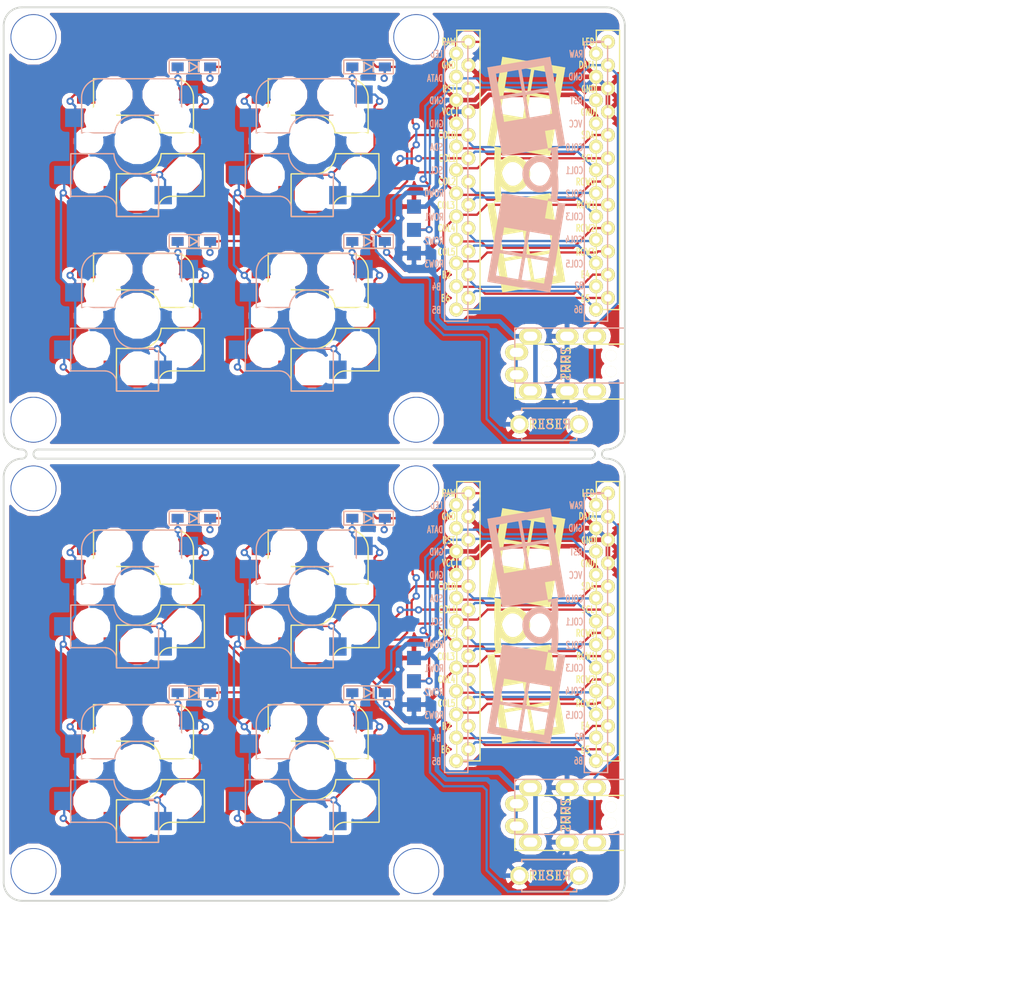
<source format=kicad_pcb>
(kicad_pcb (version 20171130) (host pcbnew "(5.0.0-3-g5ebb6b6)")
  (title_block (title "Micro Split") (date 2018-08-29) (rev 1.0) (company foostan))
  (layers (0 F.Cu signal) (31 B.Cu signal) (34 B.Paste user) (35 F.Paste user) (36 B.SilkS user) (37 F.SilkS user) (38 B.Mask user) (39 F.Mask user) (44 Edge.Cuts user))
  (net 0 "")
  (net 1 row0)
  (net 2 "Net-(D1-Pad2)")
  (net 3 "Net-(D2-Pad2)")
  (net 4 row1)
  (net 5 "Net-(D3-Pad2)")
  (net 6 "Net-(D4-Pad2)")
  (net 7 VCC)
  (net 8 "Net-(J1-PadA)")
  (net 9 data)
  (net 10 GND)
  (net 11 led)
  (net 12 col0)
  (net 13 col1)
  (net 14 reset)
  (net 15 "Net-(U1-Pad24)")
  (net 16 "Net-(U1-Pad18)")
  (net 17 "Net-(U1-Pad17)")
  (net 18 "Net-(U1-Pad16)")
  (net 19 "Net-(U1-Pad15)")
  (net 20 "Net-(U1-Pad14)")
  (net 21 "Net-(U1-Pad13)")
  (net 22 "Net-(U1-Pad12)")
  (net 23 "Net-(U1-Pad11)")
  (net 24 "Net-(U1-Pad10)")
  (net 25 "Net-(U1-Pad9)")
  (net 26 "Net-(U1-Pad6)")
  (net 27 "Net-(U1-Pad5)")
  (module kbd:petit_split-logo (layer B.Cu) (at 104.25 123.5 270)
    (fp_text reference G*** hide)
    (fp_text value LOGO hide)
  )
  (module kbd:petit_split-logo (layer F.Cu) (at 104.25 123.5 270)
    (fp_text reference G*** hide)
    (fp_text value LOGO hide)
  )
  (module kbd:petit_split-logo (layer B.Cu) (at 104.25 74.25 270)
    (fp_text reference G*** hide)
    (fp_text value LOGO hide)
  )
  (module kbd:petit_split-logo (layer F.Cu) (at 104.25 74.25 270)
    (fp_text reference G*** hide)
    (fp_text value LOGO hide)
  )
  (module kbd:CherryMX_KailhLowProfile_Hotswap (layer F.Cu) (at 80.9 119.85)
    (fp_text reference SW2 hide)
    (fp_text value KEY_SWITCH hide)
    (pad 2 smd rect (at 5.6 -5.08 180) (size 2 2) (layers B.Cu B.Paste B.Mask) (net 3 "Net-(D2-Pad2)"))
    (pad "" np_thru_hole circle (at -3.81 -2.54 180) (size 3 3) (drill 3) (layers *.Cu *.Mask))
    (pad "" np_thru_hole circle (at -5.08 0) (size 1.7 1.7) (drill 1.7) (layers *.Cu *.Mask))
    (pad "" np_thru_hole circle (at 5.08 0) (size 1.7 1.7) (drill 1.7) (layers *.Cu *.Mask))
    (pad "" np_thru_hole circle (at 5.5 0 90) (size 1.9 1.9) (drill 1.9) (layers *.Cu *.Mask))
    (pad "" np_thru_hole circle (at -5.5 0 90) (size 1.9 1.9) (drill 1.9) (layers *.Cu *.Mask))
    (pad "" np_thru_hole circle (at 0 0 90) (size 4 4) (drill 4) (layers *.Cu *.Mask))
    (pad "" np_thru_hole circle (at 2.54 -5.08 180) (size 3 3) (drill 3) (layers *.Cu *.Mask))
    (pad 1 smd rect (at -6.9 -2.54 180) (size 2 2) (layers B.Cu B.Paste B.Mask) (net 13 col1))
    (pad "" np_thru_hole circle (at -3.825 -2.58 180) (size 0.1 0.1) (drill 0.1) (layers *.Cu *.Mask))
    (pad "" np_thru_hole circle (at 0 5.9 90) (size 3 3) (drill 3) (layers *.Cu *.Mask))
    (pad "" np_thru_hole circle (at -5 3.7 90) (size 3 3) (drill 3) (layers *.Cu *.Mask))
    (pad 2 smd rect (at 2.8 5.9 180) (size 1.9 2) (layers B.Cu B.Paste B.Mask) (net 3 "Net-(D2-Pad2)"))
    (pad 1 smd rect (at -8.1 3.7 180) (size 2 2) (layers B.Cu B.Paste B.Mask) (net 13 col1))
    (pad 1 smd rect (at 8.1 3.7 180) (size 2 2) (layers F.Cu F.Paste F.Mask) (net 13 col1))
    (pad 2 smd rect (at -2.8 5.9 180) (size 1.8 2) (layers F.Cu F.Paste F.Mask) (net 3 "Net-(D2-Pad2)"))
    (pad "" np_thru_hole circle (at 5 3.7 270) (size 3 3) (drill 3) (layers *.Cu *.Mask))
    (pad "" np_thru_hole circle (at 3.825 -2.58 180) (size 0.1 0.1) (drill 0.1) (layers *.Cu *.Mask))
    (pad 2 smd rect (at 6.9 -2.54 180) (size 2 2) (layers F.Cu F.Paste F.Mask) (net 3 "Net-(D2-Pad2)"))
    (pad "" np_thru_hole circle (at -2.54 -5.08 180) (size 3 3) (drill 3) (layers *.Cu *.Mask))
    (pad "" np_thru_hole circle (at 3.81 -2.54 180) (size 3 3) (drill 3) (layers *.Cu *.Mask))
    (pad 1 smd rect (at -5.6 -5.08 180) (size 2 2) (layers F.Cu F.Paste F.Mask) (net 13 col1))
    (pad "" np_thru_hole circle (at 3.81 -2.54 180) (size 3 3) (drill 3) (layers *.Cu *.Mask))
  )
  (module kbd:D3_SMD (layer F.Cu) (at 87.05 111.75 180)
    (fp_text reference D2 hide)
    (fp_text value D hide)
    (pad 1 smd rect (at -1.775 0 180) (size 1.3 0.95) (layers F.Cu F.Paste F.Mask) (net 1 row0))
    (pad 2 smd rect (at 1.775 0 180) (size 1.3 0.95) (layers B.Cu B.Paste B.Mask) (net 3 "Net-(D2-Pad2)"))
    (pad 1 smd rect (at -1.775 0 180) (size 1.3 0.95) (layers B.Cu B.Paste B.Mask) (net 1 row0))
    (pad 2 smd rect (at 1.775 0 180) (size 1.3 0.95) (layers F.Cu F.Paste F.Mask) (net 3 "Net-(D2-Pad2)"))
  )
  (module kbd:D3_SMD (layer F.Cu) (at 68 111.75 180)
    (fp_text reference D1 hide)
    (fp_text value D hide)
    (pad 2 smd rect (at 1.775 0 180) (size 1.3 0.95) (layers F.Cu F.Paste F.Mask) (net 2 "Net-(D1-Pad2)"))
    (pad 1 smd rect (at -1.775 0 180) (size 1.3 0.95) (layers B.Cu B.Paste B.Mask) (net 1 row0))
    (pad 2 smd rect (at 1.775 0 180) (size 1.3 0.95) (layers B.Cu B.Paste B.Mask) (net 2 "Net-(D1-Pad2)"))
    (pad 1 smd rect (at -1.775 0 180) (size 1.3 0.95) (layers F.Cu F.Paste F.Mask) (net 1 row0))
  )
  (module kbd:HOLE (layer F.Cu) (at 50.5 150.25)
    (fp_text reference Ref**)
    (fp_text value Val**)
    (pad "" thru_hole circle (at 0 0) (size 5 5) (drill 4.8) (layers *.Cu *.Mask))
  )
  (module kbd:HOLE (layer F.Cu) (at 50.5 108.5)
    (fp_text reference Ref**)
    (fp_text value Val**)
    (pad "" thru_hole circle (at 0 0) (size 5 5) (drill 4.8) (layers *.Cu *.Mask))
  )
  (module kbd:CherryMX_KailhLowProfile_Hotswap (layer F.Cu) (at 61.85 119.85)
    (fp_text reference SW1 hide)
    (fp_text value KEY_SWITCH hide)
    (pad 2 smd rect (at 5.6 -5.08 180) (size 2 2) (layers B.Cu B.Paste B.Mask) (net 2 "Net-(D1-Pad2)"))
    (pad "" np_thru_hole circle (at -3.81 -2.54 180) (size 3 3) (drill 3) (layers *.Cu *.Mask))
    (pad "" np_thru_hole circle (at -5.08 0) (size 1.7 1.7) (drill 1.7) (layers *.Cu *.Mask))
    (pad "" np_thru_hole circle (at 5.08 0) (size 1.7 1.7) (drill 1.7) (layers *.Cu *.Mask))
    (pad "" np_thru_hole circle (at 5.5 0 90) (size 1.9 1.9) (drill 1.9) (layers *.Cu *.Mask))
    (pad "" np_thru_hole circle (at -5.5 0 90) (size 1.9 1.9) (drill 1.9) (layers *.Cu *.Mask))
    (pad "" np_thru_hole circle (at 0 0 90) (size 4 4) (drill 4) (layers *.Cu *.Mask))
    (pad "" np_thru_hole circle (at 2.54 -5.08 180) (size 3 3) (drill 3) (layers *.Cu *.Mask))
    (pad 1 smd rect (at -6.9 -2.54 180) (size 2 2) (layers B.Cu B.Paste B.Mask) (net 12 col0))
    (pad "" np_thru_hole circle (at -3.825 -2.58 180) (size 0.1 0.1) (drill 0.1) (layers *.Cu *.Mask))
    (pad "" np_thru_hole circle (at 0 5.9 90) (size 3 3) (drill 3) (layers *.Cu *.Mask))
    (pad "" np_thru_hole circle (at -5 3.7 90) (size 3 3) (drill 3) (layers *.Cu *.Mask))
    (pad 2 smd rect (at 2.8 5.9 180) (size 1.9 2) (layers B.Cu B.Paste B.Mask) (net 2 "Net-(D1-Pad2)"))
    (pad 1 smd rect (at -8.1 3.7 180) (size 2 2) (layers B.Cu B.Paste B.Mask) (net 12 col0))
    (pad 1 smd rect (at 8.1 3.7 180) (size 2 2) (layers F.Cu F.Paste F.Mask) (net 12 col0))
    (pad 2 smd rect (at -2.8 5.9 180) (size 1.8 2) (layers F.Cu F.Paste F.Mask) (net 2 "Net-(D1-Pad2)"))
    (pad "" np_thru_hole circle (at 5 3.7 270) (size 3 3) (drill 3) (layers *.Cu *.Mask))
    (pad "" np_thru_hole circle (at 3.825 -2.58 180) (size 0.1 0.1) (drill 0.1) (layers *.Cu *.Mask))
    (pad 2 smd rect (at 6.9 -2.54 180) (size 2 2) (layers F.Cu F.Paste F.Mask) (net 2 "Net-(D1-Pad2)"))
    (pad "" np_thru_hole circle (at -2.54 -5.08 180) (size 3 3) (drill 3) (layers *.Cu *.Mask))
    (pad "" np_thru_hole circle (at 3.81 -2.54 180) (size 3 3) (drill 3) (layers *.Cu *.Mask))
    (pad 1 smd rect (at -5.6 -5.08 180) (size 2 2) (layers F.Cu F.Paste F.Mask) (net 12 col0))
    (pad "" np_thru_hole circle (at 3.81 -2.54 180) (size 3 3) (drill 3) (layers *.Cu *.Mask))
  )
  (module kbd:ProMicro_v2 (layer F.Cu) (at 105.5 123.5)
    (fp_text reference U1 hide)
    (fp_text value ProMicro hide)
    (fp_text user "" (at -0.5 -17.25) (layer F.SilkS))
    (fp_text user "" (at -1.2065 -16.256) (layer B.SilkS) (effects (justify mirror)))
    (fp_text user RAW (at -9.7155 -14.478) (layer F.SilkS) (effects (font (size 0.75 0.5) (thickness 0.125))))
    (fp_text user LED (at 5.5 -14.478) (layer F.SilkS) (effects (font (size 0.75 0.5) (thickness 0.125))))
    (fp_text user GND (at -9.7155 -11.938) (layer F.SilkS) (effects (font (size 0.75 0.5) (thickness 0.125))))
    (fp_text user DATA (at 5.35 -11.95) (layer F.SilkS) (effects (font (size 0.75 0.5) (thickness 0.125))))
    (fp_text user RST (at -9.7155 -9.3345) (layer F.SilkS) (effects (font (size 0.75 0.5) (thickness 0.125))))
    (fp_text user GND (at 5.5245 -9.3345) (layer F.SilkS) (effects (font (size 0.75 0.5) (thickness 0.125))))
    (fp_text user VCC (at -9.7155 -6.858) (layer F.SilkS) (effects (font (size 0.75 0.5) (thickness 0.125))))
    (fp_text user GND (at 5.461 -6.7945) (layer F.SilkS) (effects (font (size 0.75 0.5) (thickness 0.125))))
    (fp_text user COL3 (at -10 3.35) (layer F.SilkS) (effects (font (size 0.75 0.5) (thickness 0.125))))
    (fp_text user ROW0 (at 5.2 0.8) (layer F.SilkS) (effects (font (size 0.75 0.5) (thickness 0.125))))
    (fp_text user COL2 (at -9.9 0.762) (layer F.SilkS) (effects (font (size 0.75 0.5) (thickness 0.125))))
    (fp_text user SCL (at 5.461 -1.778) (layer F.SilkS) (effects (font (size 0.75 0.5) (thickness 0.125))))
    (fp_text user COL1 (at -9.85 -1.778) (layer F.SilkS) (effects (font (size 0.75 0.5) (thickness 0.125))))
    (fp_text user SDA (at 5.461 -4.318) (layer F.SilkS) (effects (font (size 0.75 0.5) (thickness 0.125))))
    (fp_text user COL0 (at -9.9 -4.3) (layer F.SilkS) (effects (font (size 0.75 0.5) (thickness 0.125))))
    (fp_text user B6 (at -10.05 13.5) (layer F.SilkS) (effects (font (size 0.75 0.5) (thickness 0.125))))
    (fp_text user B5 (at 5.2 13.5255) (layer F.SilkS) (effects (font (size 0.75 0.5) (thickness 0.125))))
    (fp_text user B4 (at 5.2 10.922) (layer F.SilkS) (effects (font (size 0.75 0.5) (thickness 0.125))))
    (fp_text user B2 (at -9.95 10.95) (layer F.SilkS) (effects (font (size 0.75 0.5) (thickness 0.125))))
    (fp_text user ROW3 (at 5.2 8.4455) (layer F.SilkS) (effects (font (size 0.75 0.5) (thickness 0.125))))
    (fp_text user COL5 (at -9.95 8.4455) (layer F.SilkS) (effects (font (size 0.75 0.5) (thickness 0.125))))
    (fp_text user ROW2 (at 5.2 5.85) (layer F.SilkS) (effects (font (size 0.75 0.5) (thickness 0.125))))
    (fp_text user COL4 (at -9.95 5.85) (layer F.SilkS) (effects (font (size 0.75 0.5) (thickness 0.125))))
    (fp_text user ROW1 (at 5.25 3.302) (layer F.SilkS) (effects (font (size 0.75 0.5) (thickness 0.125))))
    (fp_text user ROW1 (at -11.3 4.6355) (layer B.SilkS) (effects (font (size 0.75 0.5) (thickness 0.125)) (justify mirror)))
    (fp_text user COL4 (at 3.95 7.112) (layer B.SilkS) (effects (font (size 0.75 0.5) (thickness 0.125)) (justify mirror)))
    (fp_text user ROW2 (at -11.3 7.239) (layer B.SilkS) (effects (font (size 0.75 0.5) (thickness 0.125)) (justify mirror)))
    (fp_text user COL5 (at 4 9.75) (layer B.SilkS) (effects (font (size 0.75 0.5) (thickness 0.125)) (justify mirror)))
    (fp_text user ROW3 (at -11.3 9.75) (layer B.SilkS) (effects (font (size 0.75 0.5) (thickness 0.125)) (justify mirror)))
    (fp_text user B2 (at 4.5085 12.1285) (layer B.SilkS) (effects (font (size 0.75 0.5) (thickness 0.125)) (justify mirror)))
    (fp_text user B4 (at -11.049 12.2555) (layer B.SilkS) (effects (font (size 0.75 0.5) (thickness 0.125)) (justify mirror)))
    (fp_text user B5 (at -11.049 14.7955) (layer B.SilkS) (effects (font (size 0.75 0.5) (thickness 0.125)) (justify mirror)))
    (fp_text user B6 (at 4.445 14.732) (layer B.SilkS) (effects (font (size 0.75 0.5) (thickness 0.125)) (justify mirror)))
    (fp_text user COL0 (at 4 -2.95) (layer B.SilkS) (effects (font (size 0.75 0.5) (thickness 0.125)) (justify mirror)))
    (fp_text user SDA (at -11.049 -2.9845) (layer B.SilkS) (effects (font (size 0.75 0.5) (thickness 0.125)) (justify mirror)))
    (fp_text user COL1 (at 4 -0.4445) (layer B.SilkS) (effects (font (size 0.75 0.5) (thickness 0.125)) (justify mirror)))
    (fp_text user SCL (at -11.049 -0.4445) (layer B.SilkS) (effects (font (size 0.75 0.5) (thickness 0.125)) (justify mirror)))
    (fp_text user COL2 (at 4 2.1) (layer B.SilkS) (effects (font (size 0.75 0.5) (thickness 0.125)) (justify mirror)))
    (fp_text user ROW0 (at -11.3 2.032) (layer B.SilkS) (effects (font (size 0.75 0.5) (thickness 0.125)) (justify mirror)))
    (fp_text user COL3 (at 4 4.6) (layer B.SilkS) (effects (font (size 0.75 0.5) (thickness 0.125)) (justify mirror)))
    (fp_text user GND (at -11.049 -5.5245) (layer B.SilkS) (effects (font (size 0.75 0.5) (thickness 0.125)) (justify mirror)))
    (fp_text user VCC (at 4.1275 -5.5245) (layer B.SilkS) (effects (font (size 0.75 0.5) (thickness 0.125)) (justify mirror)))
    (fp_text user GND (at -11.049 -8.0645) (layer B.SilkS) (effects (font (size 0.75 0.5) (thickness 0.125)) (justify mirror)))
    (fp_text user RST (at 4.191 -8.0645) (layer B.SilkS) (effects (font (size 0.75 0.5) (thickness 0.125)) (justify mirror)))
    (fp_text user DATA (at -11.2 -10.5) (layer B.SilkS) (effects (font (size 0.75 0.5) (thickness 0.125)) (justify mirror)))
    (fp_text user GND (at 4.1275 -10.668) (layer B.SilkS) (effects (font (size 0.75 0.5) (thickness 0.125)) (justify mirror)))
    (fp_text user LED (at -11.049 -13.1445) (layer B.SilkS) (effects (font (size 0.75 0.5) (thickness 0.125)) (justify mirror)))
    (fp_text user RAW (at 4.191 -13.1445) (layer B.SilkS) (effects (font (size 0.75 0.5) (thickness 0.125)) (justify mirror)))
    (pad 24 thru_hole circle (at 6.35 -13.208) (size 1.524 1.524) (drill 0.8128) (layers *.Cu *.Mask F.SilkS) (net 15 "Net-(U1-Pad24)"))
    (pad 23 thru_hole circle (at 6.35 -10.668) (size 1.524 1.524) (drill 0.8128) (layers *.Cu *.Mask F.SilkS) (net 10 GND))
    (pad 22 thru_hole circle (at 6.35 -8.128) (size 1.524 1.524) (drill 0.8128) (layers *.Cu *.Mask F.SilkS) (net 14 reset))
    (pad 21 thru_hole circle (at 6.35 -5.588) (size 1.524 1.524) (drill 0.8128) (layers *.Cu *.Mask F.SilkS) (net 7 VCC))
    (pad 20 thru_hole circle (at 6.35 -3.048) (size 1.524 1.524) (drill 0.8128) (layers *.Cu *.Mask F.SilkS) (net 12 col0))
    (pad 19 thru_hole circle (at 6.35 -0.508) (size 1.524 1.524) (drill 0.8128) (layers *.Cu *.Mask F.SilkS) (net 13 col1))
    (pad 18 thru_hole circle (at 6.35 2.032) (size 1.524 1.524) (drill 0.8128) (layers *.Cu *.Mask F.SilkS) (net 16 "Net-(U1-Pad18)"))
    (pad 17 thru_hole circle (at 6.35 4.572) (size 1.524 1.524) (drill 0.8128) (layers *.Cu *.Mask F.SilkS) (net 17 "Net-(U1-Pad17)"))
    (pad 16 thru_hole circle (at 6.35 7.112) (size 1.524 1.524) (drill 0.8128) (layers *.Cu *.Mask F.SilkS) (net 18 "Net-(U1-Pad16)"))
    (pad 15 thru_hole circle (at 6.35 9.652) (size 1.524 1.524) (drill 0.8128) (layers *.Cu *.Mask F.SilkS) (net 19 "Net-(U1-Pad15)"))
    (pad 14 thru_hole circle (at 6.35 12.192) (size 1.524 1.524) (drill 0.8128) (layers *.Cu *.Mask F.SilkS) (net 20 "Net-(U1-Pad14)"))
    (pad 13 thru_hole circle (at 6.35 14.732) (size 1.524 1.524) (drill 0.8128) (layers *.Cu *.Mask F.SilkS) (net 21 "Net-(U1-Pad13)"))
    (pad 12 thru_hole circle (at -8.89 14.732) (size 1.524 1.524) (drill 0.8128) (layers *.Cu *.Mask F.SilkS) (net 22 "Net-(U1-Pad12)"))
    (pad 11 thru_hole circle (at -8.89 12.192) (size 1.524 1.524) (drill 0.8128) (layers *.Cu *.Mask F.SilkS) (net 23 "Net-(U1-Pad11)"))
    (pad 10 thru_hole circle (at -8.89 9.652) (size 1.524 1.524) (drill 0.8128) (layers *.Cu *.Mask F.SilkS) (net 24 "Net-(U1-Pad10)"))
    (pad 9 thru_hole circle (at -8.89 7.112) (size 1.524 1.524) (drill 0.8128) (layers *.Cu *.Mask F.SilkS) (net 25 "Net-(U1-Pad9)"))
    (pad 8 thru_hole circle (at -8.89 4.572) (size 1.524 1.524) (drill 0.8128) (layers *.Cu *.Mask F.SilkS) (net 4 row1))
    (pad 7 thru_hole circle (at -8.89 2.032) (size 1.524 1.524) (drill 0.8128) (layers *.Cu *.Mask F.SilkS) (net 1 row0))
    (pad 6 thru_hole circle (at -8.89 -0.508) (size 1.524 1.524) (drill 0.8128) (layers *.Cu *.Mask F.SilkS) (net 26 "Net-(U1-Pad6)"))
    (pad 5 thru_hole circle (at -8.89 -3.048) (size 1.524 1.524) (drill 0.8128) (layers *.Cu *.Mask F.SilkS) (net 27 "Net-(U1-Pad5)"))
    (pad 4 thru_hole circle (at -8.89 -5.588) (size 1.524 1.524) (drill 0.8128) (layers *.Cu *.Mask F.SilkS) (net 10 GND))
    (pad 3 thru_hole circle (at -8.89 -8.128) (size 1.524 1.524) (drill 0.8128) (layers *.Cu *.Mask F.SilkS) (net 10 GND))
    (pad 2 thru_hole circle (at -8.89 -10.668) (size 1.524 1.524) (drill 0.8128) (layers *.Cu *.Mask F.SilkS) (net 9 data))
    (pad 1 thru_hole circle (at -8.89 -13.208) (size 1.524 1.524) (drill 0.8128) (layers *.Cu *.Mask F.SilkS) (net 11 led))
    (pad 1 thru_hole circle (at 7.6564 -14.478) (size 1.524 1.524) (drill 0.8128) (layers *.Cu *.Mask F.SilkS) (net 11 led))
    (pad 2 thru_hole circle (at 7.6564 -11.938) (size 1.524 1.524) (drill 0.8128) (layers *.Cu *.Mask F.SilkS) (net 9 data))
    (pad 3 thru_hole circle (at 7.6564 -9.398) (size 1.524 1.524) (drill 0.8128) (layers *.Cu *.Mask F.SilkS) (net 10 GND))
    (pad 4 thru_hole circle (at 7.6564 -6.858) (size 1.524 1.524) (drill 0.8128) (layers *.Cu *.Mask F.SilkS) (net 10 GND))
    (pad 5 thru_hole circle (at 7.6564 -4.318) (size 1.524 1.524) (drill 0.8128) (layers *.Cu *.Mask F.SilkS) (net 27 "Net-(U1-Pad5)"))
    (pad 6 thru_hole circle (at 7.6564 -1.778) (size 1.524 1.524) (drill 0.8128) (layers *.Cu *.Mask F.SilkS) (net 26 "Net-(U1-Pad6)"))
    (pad 7 thru_hole circle (at 7.6564 0.762) (size 1.524 1.524) (drill 0.8128) (layers *.Cu *.Mask F.SilkS) (net 1 row0))
    (pad 8 thru_hole circle (at 7.6564 3.302) (size 1.524 1.524) (drill 0.8128) (layers *.Cu *.Mask F.SilkS) (net 4 row1))
    (pad 9 thru_hole circle (at 7.6564 5.842) (size 1.524 1.524) (drill 0.8128) (layers *.Cu *.Mask F.SilkS) (net 25 "Net-(U1-Pad9)"))
    (pad 10 thru_hole circle (at 7.6564 8.382) (size 1.524 1.524) (drill 0.8128) (layers *.Cu *.Mask F.SilkS) (net 24 "Net-(U1-Pad10)"))
    (pad 11 thru_hole circle (at 7.6564 10.922) (size 1.524 1.524) (drill 0.8128) (layers *.Cu *.Mask F.SilkS) (net 23 "Net-(U1-Pad11)"))
    (pad 12 thru_hole circle (at 7.6564 13.462) (size 1.524 1.524) (drill 0.8128) (layers *.Cu *.Mask F.SilkS) (net 22 "Net-(U1-Pad12)"))
    (pad 13 thru_hole circle (at -7.5636 13.462) (size 1.524 1.524) (drill 0.8128) (layers *.Cu *.Mask F.SilkS) (net 21 "Net-(U1-Pad13)"))
    (pad 14 thru_hole circle (at -7.5636 10.922) (size 1.524 1.524) (drill 0.8128) (layers *.Cu *.Mask F.SilkS) (net 20 "Net-(U1-Pad14)"))
    (pad 15 thru_hole circle (at -7.5636 8.382) (size 1.524 1.524) (drill 0.8128) (layers *.Cu *.Mask F.SilkS) (net 19 "Net-(U1-Pad15)"))
    (pad 16 thru_hole circle (at -7.5636 5.842) (size 1.524 1.524) (drill 0.8128) (layers *.Cu *.Mask F.SilkS) (net 18 "Net-(U1-Pad16)"))
    (pad 17 thru_hole circle (at -7.5636 3.302) (size 1.524 1.524) (drill 0.8128) (layers *.Cu *.Mask F.SilkS) (net 17 "Net-(U1-Pad17)"))
    (pad 18 thru_hole circle (at -7.5636 0.762) (size 1.524 1.524) (drill 0.8128) (layers *.Cu *.Mask F.SilkS) (net 16 "Net-(U1-Pad18)"))
    (pad 19 thru_hole circle (at -7.5636 -1.778) (size 1.524 1.524) (drill 0.8128) (layers *.Cu *.Mask F.SilkS) (net 13 col1))
    (pad 20 thru_hole circle (at -7.5636 -4.318) (size 1.524 1.524) (drill 0.8128) (layers *.Cu *.Mask F.SilkS) (net 12 col0))
    (pad 21 thru_hole circle (at -7.5636 -6.858) (size 1.524 1.524) (drill 0.8128) (layers *.Cu *.Mask F.SilkS) (net 7 VCC))
    (pad 22 thru_hole circle (at -7.5636 -9.398) (size 1.524 1.524) (drill 0.8128) (layers *.Cu *.Mask F.SilkS) (net 14 reset))
    (pad 23 thru_hole circle (at -7.5636 -11.938) (size 1.524 1.524) (drill 0.8128) (layers *.Cu *.Mask F.SilkS) (net 10 GND))
    (pad 24 thru_hole circle (at -7.5636 -14.478) (size 1.524 1.524) (drill 0.8128) (layers *.Cu *.Mask F.SilkS) (net 15 "Net-(U1-Pad24)"))
  )
  (module kbd:ResetSW (layer F.Cu) (at 106.75 150.75)
    (fp_text reference SW5 hide)
    (fp_text value "" (at 0 0) (layer F.SilkS))
    (fp_text user RESET (at 0 0) (layer F.SilkS))
    (fp_text user RESET (at 0.127 0) (layer B.SilkS) (effects (justify mirror)))
    (pad 2 thru_hole circle (at -3.25 0) (size 2 2) (drill 1.3) (layers *.Cu *.Mask F.SilkS) (net 10 GND))
    (pad 1 thru_hole circle (at 3.25 0) (size 2 2) (drill 1.3) (layers *.Cu *.Mask F.SilkS) (net 14 reset))
  )
  (module kbd:D3_SMD (layer F.Cu) (at 87.05 130.8 180)
    (fp_text reference D4 hide)
    (fp_text value D hide)
    (pad 1 smd rect (at -1.775 0 180) (size 1.3 0.95) (layers F.Cu F.Paste F.Mask) (net 4 row1))
    (pad 2 smd rect (at 1.775 0 180) (size 1.3 0.95) (layers B.Cu B.Paste B.Mask) (net 6 "Net-(D4-Pad2)"))
    (pad 1 smd rect (at -1.775 0 180) (size 1.3 0.95) (layers B.Cu B.Paste B.Mask) (net 4 row1))
    (pad 2 smd rect (at 1.775 0 180) (size 1.3 0.95) (layers F.Cu F.Paste F.Mask) (net 6 "Net-(D4-Pad2)"))
  )
  (module kbd:D3_SMD (layer F.Cu) (at 68 130.8 180)
    (fp_text reference D3 hide)
    (fp_text value D hide)
    (pad 2 smd rect (at 1.775 0 180) (size 1.3 0.95) (layers F.Cu F.Paste F.Mask) (net 5 "Net-(D3-Pad2)"))
    (pad 1 smd rect (at -1.775 0 180) (size 1.3 0.95) (layers B.Cu B.Paste B.Mask) (net 4 row1))
    (pad 2 smd rect (at 1.775 0 180) (size 1.3 0.95) (layers B.Cu B.Paste B.Mask) (net 5 "Net-(D3-Pad2)"))
    (pad 1 smd rect (at -1.775 0 180) (size 1.3 0.95) (layers F.Cu F.Paste F.Mask) (net 4 row1))
  )
  (module kbd:StripLED_rev (layer F.Cu) (at 92 127)
    (fp_text reference J2 hide)
    (fp_text value LED hide)
    (pad 3 smd rect (at 0 0) (size 1.524 1.524) (layers B.Cu B.Paste B.Mask) (net 7 VCC))
    (pad 2 smd rect (at 0 2.54) (size 1.524 1.524) (layers B.Cu B.Paste B.Mask) (net 11 led))
    (pad 1 smd rect (at 0 5.08) (size 1.524 1.524) (layers B.Cu B.Paste B.Mask) (net 10 GND))
    (pad 1 smd rect (at 0 0) (size 1.524 1.524) (layers F.Cu F.Paste F.Mask) (net 10 GND))
    (pad 2 smd rect (at 0 2.54) (size 1.524 1.524) (layers F.Cu F.Paste F.Mask) (net 11 led))
    (pad 3 smd rect (at 0 5.08) (size 1.524 1.524) (layers F.Cu F.Paste F.Mask) (net 7 VCC))
  )
  (module kbd:MJ-4PP-9 (layer F.Cu) (at 115 145 270)
    (fp_text reference TRRS (at -0.889 6.4135 270) (layer F.SilkS))
    (fp_text value MJ-4PP-9 hide)
    (fp_text user TRRS (at -0.8255 6.4135 270) (layer B.SilkS) (effects (justify mirror)))
    (pad A thru_hole oval (at -2.1 11.8 270) (size 1.7 2.5) (drill oval 1 1.5) (layers *.Cu *.Mask F.SilkS) (net 8 "Net-(J1-PadA)") (clearance 0.15))
    (pad D thru_hole oval (at 2.1 10.3 270) (size 1.7 2.5) (drill oval 1 1.5) (layers *.Cu *.Mask F.SilkS) (net 7 VCC) (clearance 0.15))
    (pad C thru_hole oval (at 2.1 6.3 270) (size 1.7 2.5) (drill oval 1 1.5) (layers *.Cu *.Mask F.SilkS) (net 10 GND))
    (pad B thru_hole oval (at 2.1 3.3 270) (size 1.7 2.5) (drill oval 1 1.5) (layers *.Cu *.Mask F.SilkS) (net 9 data))
    (pad "" np_thru_hole circle (at 0 8.5 270) (size 1.2 1.2) (drill 1.2) (layers *.Cu *.Mask F.SilkS))
    (pad "" np_thru_hole circle (at 0 1.5 270) (size 1.2 1.2) (drill 1.2) (layers *.Cu *.Mask F.SilkS))
    (pad C thru_hole oval (at -3.85 6.3 270) (size 1.7 2.5) (drill oval 1 1.5) (layers *.Cu *.Mask F.SilkS) (net 10 GND))
    (pad B thru_hole oval (at -3.85 3.3 270) (size 1.7 2.5) (drill oval 1 1.5) (layers *.Cu *.Mask F.SilkS) (net 9 data))
    (pad A thru_hole oval (at 0.35 11.8 270) (size 1.7 2.5) (drill oval 1 1.5) (layers *.Cu *.Mask F.SilkS) (net 8 "Net-(J1-PadA)") (clearance 0.15))
    (pad D thru_hole oval (at -3.85 10.3 270) (size 1.7 2.5) (drill oval 1 1.5) (layers *.Cu *.Mask F.SilkS) (net 7 VCC) (clearance 0.15))
    (pad "" np_thru_hole circle (at -1.75 1.5 270) (size 1.2 1.2) (drill 1.2) (layers *.Cu *.Mask F.SilkS))
    (pad "" np_thru_hole circle (at -1.75 8.5 270) (size 1.2 1.2) (drill 1.2) (layers *.Cu *.Mask F.SilkS))
  )
  (module kbd:HOLE (layer F.Cu) (at 92.25 150.25)
    (fp_text reference Ref**)
    (fp_text value Val**)
    (pad "" thru_hole circle (at 0 0) (size 5 5) (drill 4.8) (layers *.Cu *.Mask))
  )
  (module kbd:HOLE (layer F.Cu) (at 92.25 108.5)
    (fp_text reference Ref**)
    (fp_text value Val**)
    (pad "" thru_hole circle (at 0 0) (size 5 5) (drill 4.8) (layers *.Cu *.Mask))
  )
  (module kbd:CherryMX_KailhLowProfile_Hotswap (layer F.Cu) (at 80.9 138.9)
    (fp_text reference SW4 hide)
    (fp_text value KEY_SWITCH hide)
    (pad 2 smd rect (at 5.6 -5.08 180) (size 2 2) (layers B.Cu B.Paste B.Mask) (net 6 "Net-(D4-Pad2)"))
    (pad "" np_thru_hole circle (at -3.81 -2.54 180) (size 3 3) (drill 3) (layers *.Cu *.Mask))
    (pad "" np_thru_hole circle (at -5.08 0) (size 1.7 1.7) (drill 1.7) (layers *.Cu *.Mask))
    (pad "" np_thru_hole circle (at 5.08 0) (size 1.7 1.7) (drill 1.7) (layers *.Cu *.Mask))
    (pad "" np_thru_hole circle (at 5.5 0 90) (size 1.9 1.9) (drill 1.9) (layers *.Cu *.Mask))
    (pad "" np_thru_hole circle (at -5.5 0 90) (size 1.9 1.9) (drill 1.9) (layers *.Cu *.Mask))
    (pad "" np_thru_hole circle (at 0 0 90) (size 4 4) (drill 4) (layers *.Cu *.Mask))
    (pad "" np_thru_hole circle (at 2.54 -5.08 180) (size 3 3) (drill 3) (layers *.Cu *.Mask))
    (pad 1 smd rect (at -6.9 -2.54 180) (size 2 2) (layers B.Cu B.Paste B.Mask) (net 13 col1))
    (pad "" np_thru_hole circle (at -3.825 -2.58 180) (size 0.1 0.1) (drill 0.1) (layers *.Cu *.Mask))
    (pad "" np_thru_hole circle (at 0 5.9 90) (size 3 3) (drill 3) (layers *.Cu *.Mask))
    (pad "" np_thru_hole circle (at -5 3.7 90) (size 3 3) (drill 3) (layers *.Cu *.Mask))
    (pad 2 smd rect (at 2.8 5.9 180) (size 1.9 2) (layers B.Cu B.Paste B.Mask) (net 6 "Net-(D4-Pad2)"))
    (pad 1 smd rect (at -8.1 3.7 180) (size 2 2) (layers B.Cu B.Paste B.Mask) (net 13 col1))
    (pad 1 smd rect (at 8.1 3.7 180) (size 2 2) (layers F.Cu F.Paste F.Mask) (net 13 col1))
    (pad 2 smd rect (at -2.8 5.9 180) (size 1.8 2) (layers F.Cu F.Paste F.Mask) (net 6 "Net-(D4-Pad2)"))
    (pad "" np_thru_hole circle (at 5 3.7 270) (size 3 3) (drill 3) (layers *.Cu *.Mask))
    (pad "" np_thru_hole circle (at 3.825 -2.58 180) (size 0.1 0.1) (drill 0.1) (layers *.Cu *.Mask))
    (pad 2 smd rect (at 6.9 -2.54 180) (size 2 2) (layers F.Cu F.Paste F.Mask) (net 6 "Net-(D4-Pad2)"))
    (pad "" np_thru_hole circle (at -2.54 -5.08 180) (size 3 3) (drill 3) (layers *.Cu *.Mask))
    (pad "" np_thru_hole circle (at 3.81 -2.54 180) (size 3 3) (drill 3) (layers *.Cu *.Mask))
    (pad 1 smd rect (at -5.6 -5.08 180) (size 2 2) (layers F.Cu F.Paste F.Mask) (net 13 col1))
    (pad "" np_thru_hole circle (at 3.81 -2.54 180) (size 3 3) (drill 3) (layers *.Cu *.Mask))
  )
  (module kbd:CherryMX_KailhLowProfile_Hotswap (layer F.Cu) (at 61.85 138.9)
    (fp_text reference SW3 hide)
    (fp_text value KEY_SWITCH hide)
    (pad 2 smd rect (at 5.6 -5.08 180) (size 2 2) (layers B.Cu B.Paste B.Mask) (net 5 "Net-(D3-Pad2)"))
    (pad "" np_thru_hole circle (at -3.81 -2.54 180) (size 3 3) (drill 3) (layers *.Cu *.Mask))
    (pad "" np_thru_hole circle (at -5.08 0) (size 1.7 1.7) (drill 1.7) (layers *.Cu *.Mask))
    (pad "" np_thru_hole circle (at 5.08 0) (size 1.7 1.7) (drill 1.7) (layers *.Cu *.Mask))
    (pad "" np_thru_hole circle (at 5.5 0 90) (size 1.9 1.9) (drill 1.9) (layers *.Cu *.Mask))
    (pad "" np_thru_hole circle (at -5.5 0 90) (size 1.9 1.9) (drill 1.9) (layers *.Cu *.Mask))
    (pad "" np_thru_hole circle (at 0 0 90) (size 4 4) (drill 4) (layers *.Cu *.Mask))
    (pad "" np_thru_hole circle (at 2.54 -5.08 180) (size 3 3) (drill 3) (layers *.Cu *.Mask))
    (pad 1 smd rect (at -6.9 -2.54 180) (size 2 2) (layers B.Cu B.Paste B.Mask) (net 12 col0))
    (pad "" np_thru_hole circle (at -3.825 -2.58 180) (size 0.1 0.1) (drill 0.1) (layers *.Cu *.Mask))
    (pad "" np_thru_hole circle (at 0 5.9 90) (size 3 3) (drill 3) (layers *.Cu *.Mask))
    (pad "" np_thru_hole circle (at -5 3.7 90) (size 3 3) (drill 3) (layers *.Cu *.Mask))
    (pad 2 smd rect (at 2.8 5.9 180) (size 1.9 2) (layers B.Cu B.Paste B.Mask) (net 5 "Net-(D3-Pad2)"))
    (pad 1 smd rect (at -8.1 3.7 180) (size 2 2) (layers B.Cu B.Paste B.Mask) (net 12 col0))
    (pad 1 smd rect (at 8.1 3.7 180) (size 2 2) (layers F.Cu F.Paste F.Mask) (net 12 col0))
    (pad 2 smd rect (at -2.8 5.9 180) (size 1.8 2) (layers F.Cu F.Paste F.Mask) (net 5 "Net-(D3-Pad2)"))
    (pad "" np_thru_hole circle (at 5 3.7 270) (size 3 3) (drill 3) (layers *.Cu *.Mask))
    (pad "" np_thru_hole circle (at 3.825 -2.58 180) (size 0.1 0.1) (drill 0.1) (layers *.Cu *.Mask))
    (pad 2 smd rect (at 6.9 -2.54 180) (size 2 2) (layers F.Cu F.Paste F.Mask) (net 5 "Net-(D3-Pad2)"))
    (pad "" np_thru_hole circle (at -2.54 -5.08 180) (size 3 3) (drill 3) (layers *.Cu *.Mask))
    (pad "" np_thru_hole circle (at 3.81 -2.54 180) (size 3 3) (drill 3) (layers *.Cu *.Mask))
    (pad 1 smd rect (at -5.6 -5.08 180) (size 2 2) (layers F.Cu F.Paste F.Mask) (net 12 col0))
    (pad "" np_thru_hole circle (at 3.81 -2.54 180) (size 3 3) (drill 3) (layers *.Cu *.Mask))
  )
  (module kbd:CherryMX_KailhLowProfile_Hotswap (layer F.Cu) (at 61.85 70.6)
    (fp_text reference SW1 hide)
    (fp_text value KEY_SWITCH hide)
    (pad "" np_thru_hole circle (at 3.81 -2.54 180) (size 3 3) (drill 3) (layers *.Cu *.Mask))
    (pad 1 smd rect (at -5.6 -5.08 180) (size 2 2) (layers F.Cu F.Paste F.Mask) (net 12 col0))
    (pad "" np_thru_hole circle (at 3.81 -2.54 180) (size 3 3) (drill 3) (layers *.Cu *.Mask))
    (pad "" np_thru_hole circle (at -2.54 -5.08 180) (size 3 3) (drill 3) (layers *.Cu *.Mask))
    (pad 2 smd rect (at 6.9 -2.54 180) (size 2 2) (layers F.Cu F.Paste F.Mask) (net 2 "Net-(D1-Pad2)"))
    (pad "" np_thru_hole circle (at 3.825 -2.58 180) (size 0.1 0.1) (drill 0.1) (layers *.Cu *.Mask))
    (pad "" np_thru_hole circle (at 5 3.7 270) (size 3 3) (drill 3) (layers *.Cu *.Mask))
    (pad 2 smd rect (at -2.8 5.9 180) (size 1.8 2) (layers F.Cu F.Paste F.Mask) (net 2 "Net-(D1-Pad2)"))
    (pad 1 smd rect (at 8.1 3.7 180) (size 2 2) (layers F.Cu F.Paste F.Mask) (net 12 col0))
    (pad 1 smd rect (at -8.1 3.7 180) (size 2 2) (layers B.Cu B.Paste B.Mask) (net 12 col0))
    (pad 2 smd rect (at 2.8 5.9 180) (size 1.9 2) (layers B.Cu B.Paste B.Mask) (net 2 "Net-(D1-Pad2)"))
    (pad "" np_thru_hole circle (at -5 3.7 90) (size 3 3) (drill 3) (layers *.Cu *.Mask))
    (pad "" np_thru_hole circle (at 0 5.9 90) (size 3 3) (drill 3) (layers *.Cu *.Mask))
    (pad "" np_thru_hole circle (at -3.825 -2.58 180) (size 0.1 0.1) (drill 0.1) (layers *.Cu *.Mask))
    (pad 1 smd rect (at -6.9 -2.54 180) (size 2 2) (layers B.Cu B.Paste B.Mask) (net 12 col0))
    (pad "" np_thru_hole circle (at 2.54 -5.08 180) (size 3 3) (drill 3) (layers *.Cu *.Mask))
    (pad "" np_thru_hole circle (at 0 0 90) (size 4 4) (drill 4) (layers *.Cu *.Mask))
    (pad "" np_thru_hole circle (at -5.5 0 90) (size 1.9 1.9) (drill 1.9) (layers *.Cu *.Mask))
    (pad "" np_thru_hole circle (at 5.5 0 90) (size 1.9 1.9) (drill 1.9) (layers *.Cu *.Mask))
    (pad "" np_thru_hole circle (at 5.08 0) (size 1.7 1.7) (drill 1.7) (layers *.Cu *.Mask))
    (pad "" np_thru_hole circle (at -5.08 0) (size 1.7 1.7) (drill 1.7) (layers *.Cu *.Mask))
    (pad "" np_thru_hole circle (at -3.81 -2.54 180) (size 3 3) (drill 3) (layers *.Cu *.Mask))
    (pad 2 smd rect (at 5.6 -5.08 180) (size 2 2) (layers B.Cu B.Paste B.Mask) (net 2 "Net-(D1-Pad2)"))
  )
  (module kbd:CherryMX_KailhLowProfile_Hotswap (layer F.Cu) (at 80.9 70.6)
    (fp_text reference SW2 hide)
    (fp_text value KEY_SWITCH hide)
    (pad "" np_thru_hole circle (at 3.81 -2.54 180) (size 3 3) (drill 3) (layers *.Cu *.Mask))
    (pad 1 smd rect (at -5.6 -5.08 180) (size 2 2) (layers F.Cu F.Paste F.Mask) (net 13 col1))
    (pad "" np_thru_hole circle (at 3.81 -2.54 180) (size 3 3) (drill 3) (layers *.Cu *.Mask))
    (pad "" np_thru_hole circle (at -2.54 -5.08 180) (size 3 3) (drill 3) (layers *.Cu *.Mask))
    (pad 2 smd rect (at 6.9 -2.54 180) (size 2 2) (layers F.Cu F.Paste F.Mask) (net 3 "Net-(D2-Pad2)"))
    (pad "" np_thru_hole circle (at 3.825 -2.58 180) (size 0.1 0.1) (drill 0.1) (layers *.Cu *.Mask))
    (pad "" np_thru_hole circle (at 5 3.7 270) (size 3 3) (drill 3) (layers *.Cu *.Mask))
    (pad 2 smd rect (at -2.8 5.9 180) (size 1.8 2) (layers F.Cu F.Paste F.Mask) (net 3 "Net-(D2-Pad2)"))
    (pad 1 smd rect (at 8.1 3.7 180) (size 2 2) (layers F.Cu F.Paste F.Mask) (net 13 col1))
    (pad 1 smd rect (at -8.1 3.7 180) (size 2 2) (layers B.Cu B.Paste B.Mask) (net 13 col1))
    (pad 2 smd rect (at 2.8 5.9 180) (size 1.9 2) (layers B.Cu B.Paste B.Mask) (net 3 "Net-(D2-Pad2)"))
    (pad "" np_thru_hole circle (at -5 3.7 90) (size 3 3) (drill 3) (layers *.Cu *.Mask))
    (pad "" np_thru_hole circle (at 0 5.9 90) (size 3 3) (drill 3) (layers *.Cu *.Mask))
    (pad "" np_thru_hole circle (at -3.825 -2.58 180) (size 0.1 0.1) (drill 0.1) (layers *.Cu *.Mask))
    (pad 1 smd rect (at -6.9 -2.54 180) (size 2 2) (layers B.Cu B.Paste B.Mask) (net 13 col1))
    (pad "" np_thru_hole circle (at 2.54 -5.08 180) (size 3 3) (drill 3) (layers *.Cu *.Mask))
    (pad "" np_thru_hole circle (at 0 0 90) (size 4 4) (drill 4) (layers *.Cu *.Mask))
    (pad "" np_thru_hole circle (at -5.5 0 90) (size 1.9 1.9) (drill 1.9) (layers *.Cu *.Mask))
    (pad "" np_thru_hole circle (at 5.5 0 90) (size 1.9 1.9) (drill 1.9) (layers *.Cu *.Mask))
    (pad "" np_thru_hole circle (at 5.08 0) (size 1.7 1.7) (drill 1.7) (layers *.Cu *.Mask))
    (pad "" np_thru_hole circle (at -5.08 0) (size 1.7 1.7) (drill 1.7) (layers *.Cu *.Mask))
    (pad "" np_thru_hole circle (at -3.81 -2.54 180) (size 3 3) (drill 3) (layers *.Cu *.Mask))
    (pad 2 smd rect (at 5.6 -5.08 180) (size 2 2) (layers B.Cu B.Paste B.Mask) (net 3 "Net-(D2-Pad2)"))
  )
  (module kbd:CherryMX_KailhLowProfile_Hotswap (layer F.Cu) (at 61.85 89.65)
    (fp_text reference SW3 hide)
    (fp_text value KEY_SWITCH hide)
    (pad "" np_thru_hole circle (at 3.81 -2.54 180) (size 3 3) (drill 3) (layers *.Cu *.Mask))
    (pad 1 smd rect (at -5.6 -5.08 180) (size 2 2) (layers F.Cu F.Paste F.Mask) (net 12 col0))
    (pad "" np_thru_hole circle (at 3.81 -2.54 180) (size 3 3) (drill 3) (layers *.Cu *.Mask))
    (pad "" np_thru_hole circle (at -2.54 -5.08 180) (size 3 3) (drill 3) (layers *.Cu *.Mask))
    (pad 2 smd rect (at 6.9 -2.54 180) (size 2 2) (layers F.Cu F.Paste F.Mask) (net 5 "Net-(D3-Pad2)"))
    (pad "" np_thru_hole circle (at 3.825 -2.58 180) (size 0.1 0.1) (drill 0.1) (layers *.Cu *.Mask))
    (pad "" np_thru_hole circle (at 5 3.7 270) (size 3 3) (drill 3) (layers *.Cu *.Mask))
    (pad 2 smd rect (at -2.8 5.9 180) (size 1.8 2) (layers F.Cu F.Paste F.Mask) (net 5 "Net-(D3-Pad2)"))
    (pad 1 smd rect (at 8.1 3.7 180) (size 2 2) (layers F.Cu F.Paste F.Mask) (net 12 col0))
    (pad 1 smd rect (at -8.1 3.7 180) (size 2 2) (layers B.Cu B.Paste B.Mask) (net 12 col0))
    (pad 2 smd rect (at 2.8 5.9 180) (size 1.9 2) (layers B.Cu B.Paste B.Mask) (net 5 "Net-(D3-Pad2)"))
    (pad "" np_thru_hole circle (at -5 3.7 90) (size 3 3) (drill 3) (layers *.Cu *.Mask))
    (pad "" np_thru_hole circle (at 0 5.9 90) (size 3 3) (drill 3) (layers *.Cu *.Mask))
    (pad "" np_thru_hole circle (at -3.825 -2.58 180) (size 0.1 0.1) (drill 0.1) (layers *.Cu *.Mask))
    (pad 1 smd rect (at -6.9 -2.54 180) (size 2 2) (layers B.Cu B.Paste B.Mask) (net 12 col0))
    (pad "" np_thru_hole circle (at 2.54 -5.08 180) (size 3 3) (drill 3) (layers *.Cu *.Mask))
    (pad "" np_thru_hole circle (at 0 0 90) (size 4 4) (drill 4) (layers *.Cu *.Mask))
    (pad "" np_thru_hole circle (at -5.5 0 90) (size 1.9 1.9) (drill 1.9) (layers *.Cu *.Mask))
    (pad "" np_thru_hole circle (at 5.5 0 90) (size 1.9 1.9) (drill 1.9) (layers *.Cu *.Mask))
    (pad "" np_thru_hole circle (at 5.08 0) (size 1.7 1.7) (drill 1.7) (layers *.Cu *.Mask))
    (pad "" np_thru_hole circle (at -5.08 0) (size 1.7 1.7) (drill 1.7) (layers *.Cu *.Mask))
    (pad "" np_thru_hole circle (at -3.81 -2.54 180) (size 3 3) (drill 3) (layers *.Cu *.Mask))
    (pad 2 smd rect (at 5.6 -5.08 180) (size 2 2) (layers B.Cu B.Paste B.Mask) (net 5 "Net-(D3-Pad2)"))
  )
  (module kbd:CherryMX_KailhLowProfile_Hotswap (layer F.Cu) (at 80.9 89.65)
    (fp_text reference SW4 hide)
    (fp_text value KEY_SWITCH hide)
    (pad "" np_thru_hole circle (at 3.81 -2.54 180) (size 3 3) (drill 3) (layers *.Cu *.Mask))
    (pad 1 smd rect (at -5.6 -5.08 180) (size 2 2) (layers F.Cu F.Paste F.Mask) (net 13 col1))
    (pad "" np_thru_hole circle (at 3.81 -2.54 180) (size 3 3) (drill 3) (layers *.Cu *.Mask))
    (pad "" np_thru_hole circle (at -2.54 -5.08 180) (size 3 3) (drill 3) (layers *.Cu *.Mask))
    (pad 2 smd rect (at 6.9 -2.54 180) (size 2 2) (layers F.Cu F.Paste F.Mask) (net 6 "Net-(D4-Pad2)"))
    (pad "" np_thru_hole circle (at 3.825 -2.58 180) (size 0.1 0.1) (drill 0.1) (layers *.Cu *.Mask))
    (pad "" np_thru_hole circle (at 5 3.7 270) (size 3 3) (drill 3) (layers *.Cu *.Mask))
    (pad 2 smd rect (at -2.8 5.9 180) (size 1.8 2) (layers F.Cu F.Paste F.Mask) (net 6 "Net-(D4-Pad2)"))
    (pad 1 smd rect (at 8.1 3.7 180) (size 2 2) (layers F.Cu F.Paste F.Mask) (net 13 col1))
    (pad 1 smd rect (at -8.1 3.7 180) (size 2 2) (layers B.Cu B.Paste B.Mask) (net 13 col1))
    (pad 2 smd rect (at 2.8 5.9 180) (size 1.9 2) (layers B.Cu B.Paste B.Mask) (net 6 "Net-(D4-Pad2)"))
    (pad "" np_thru_hole circle (at -5 3.7 90) (size 3 3) (drill 3) (layers *.Cu *.Mask))
    (pad "" np_thru_hole circle (at 0 5.9 90) (size 3 3) (drill 3) (layers *.Cu *.Mask))
    (pad "" np_thru_hole circle (at -3.825 -2.58 180) (size 0.1 0.1) (drill 0.1) (layers *.Cu *.Mask))
    (pad 1 smd rect (at -6.9 -2.54 180) (size 2 2) (layers B.Cu B.Paste B.Mask) (net 13 col1))
    (pad "" np_thru_hole circle (at 2.54 -5.08 180) (size 3 3) (drill 3) (layers *.Cu *.Mask))
    (pad "" np_thru_hole circle (at 0 0 90) (size 4 4) (drill 4) (layers *.Cu *.Mask))
    (pad "" np_thru_hole circle (at -5.5 0 90) (size 1.9 1.9) (drill 1.9) (layers *.Cu *.Mask))
    (pad "" np_thru_hole circle (at 5.5 0 90) (size 1.9 1.9) (drill 1.9) (layers *.Cu *.Mask))
    (pad "" np_thru_hole circle (at 5.08 0) (size 1.7 1.7) (drill 1.7) (layers *.Cu *.Mask))
    (pad "" np_thru_hole circle (at -5.08 0) (size 1.7 1.7) (drill 1.7) (layers *.Cu *.Mask))
    (pad "" np_thru_hole circle (at -3.81 -2.54 180) (size 3 3) (drill 3) (layers *.Cu *.Mask))
    (pad 2 smd rect (at 5.6 -5.08 180) (size 2 2) (layers B.Cu B.Paste B.Mask) (net 6 "Net-(D4-Pad2)"))
  )
  (module kbd:HOLE (layer F.Cu) (at 92.25 101)
    (fp_text reference Ref**)
    (fp_text value Val**)
    (pad "" thru_hole circle (at 0 0) (size 5 5) (drill 4.8) (layers *.Cu *.Mask))
  )
  (module kbd:HOLE (layer F.Cu) (at 92.25 59.25)
    (fp_text reference Ref**)
    (fp_text value Val**)
    (pad "" thru_hole circle (at 0 0) (size 5 5) (drill 4.8) (layers *.Cu *.Mask))
  )
  (module kbd:HOLE (layer F.Cu) (at 50.5 101)
    (fp_text reference Ref**)
    (fp_text value Val**)
    (pad "" thru_hole circle (at 0 0) (size 5 5) (drill 4.8) (layers *.Cu *.Mask))
  )
  (module kbd:D3_SMD (layer F.Cu) (at 68 62.5 180)
    (fp_text reference D1 hide)
    (fp_text value D hide)
    (pad 1 smd rect (at -1.775 0 180) (size 1.3 0.95) (layers F.Cu F.Paste F.Mask) (net 1 row0))
    (pad 2 smd rect (at 1.775 0 180) (size 1.3 0.95) (layers B.Cu B.Paste B.Mask) (net 2 "Net-(D1-Pad2)"))
    (pad 1 smd rect (at -1.775 0 180) (size 1.3 0.95) (layers B.Cu B.Paste B.Mask) (net 1 row0))
    (pad 2 smd rect (at 1.775 0 180) (size 1.3 0.95) (layers F.Cu F.Paste F.Mask) (net 2 "Net-(D1-Pad2)"))
  )
  (module kbd:D3_SMD (layer F.Cu) (at 87.05 62.5 180)
    (fp_text reference D2 hide)
    (fp_text value D hide)
    (pad 2 smd rect (at 1.775 0 180) (size 1.3 0.95) (layers F.Cu F.Paste F.Mask) (net 3 "Net-(D2-Pad2)"))
    (pad 1 smd rect (at -1.775 0 180) (size 1.3 0.95) (layers B.Cu B.Paste B.Mask) (net 1 row0))
    (pad 2 smd rect (at 1.775 0 180) (size 1.3 0.95) (layers B.Cu B.Paste B.Mask) (net 3 "Net-(D2-Pad2)"))
    (pad 1 smd rect (at -1.775 0 180) (size 1.3 0.95) (layers F.Cu F.Paste F.Mask) (net 1 row0))
  )
  (module kbd:D3_SMD (layer F.Cu) (at 68 81.55 180)
    (fp_text reference D3 hide)
    (fp_text value D hide)
    (pad 1 smd rect (at -1.775 0 180) (size 1.3 0.95) (layers F.Cu F.Paste F.Mask) (net 4 row1))
    (pad 2 smd rect (at 1.775 0 180) (size 1.3 0.95) (layers B.Cu B.Paste B.Mask) (net 5 "Net-(D3-Pad2)"))
    (pad 1 smd rect (at -1.775 0 180) (size 1.3 0.95) (layers B.Cu B.Paste B.Mask) (net 4 row1))
    (pad 2 smd rect (at 1.775 0 180) (size 1.3 0.95) (layers F.Cu F.Paste F.Mask) (net 5 "Net-(D3-Pad2)"))
  )
  (module kbd:D3_SMD (layer F.Cu) (at 87.05 81.55 180)
    (fp_text reference D4 hide)
    (fp_text value D hide)
    (pad 2 smd rect (at 1.775 0 180) (size 1.3 0.95) (layers F.Cu F.Paste F.Mask) (net 6 "Net-(D4-Pad2)"))
    (pad 1 smd rect (at -1.775 0 180) (size 1.3 0.95) (layers B.Cu B.Paste B.Mask) (net 4 row1))
    (pad 2 smd rect (at 1.775 0 180) (size 1.3 0.95) (layers B.Cu B.Paste B.Mask) (net 6 "Net-(D4-Pad2)"))
    (pad 1 smd rect (at -1.775 0 180) (size 1.3 0.95) (layers F.Cu F.Paste F.Mask) (net 4 row1))
  )
  (module kbd:MJ-4PP-9 (layer F.Cu) (at 115 95.75 270)
    (fp_text reference TRRS (at -0.889 6.4135 270) (layer F.SilkS))
    (fp_text value MJ-4PP-9 hide)
    (fp_text user TRRS (at -0.8255 6.4135 270) (layer B.SilkS) (effects (justify mirror)))
    (pad "" np_thru_hole circle (at -1.75 8.5 270) (size 1.2 1.2) (drill 1.2) (layers *.Cu *.Mask F.SilkS))
    (pad "" np_thru_hole circle (at -1.75 1.5 270) (size 1.2 1.2) (drill 1.2) (layers *.Cu *.Mask F.SilkS))
    (pad D thru_hole oval (at -3.85 10.3 270) (size 1.7 2.5) (drill oval 1 1.5) (layers *.Cu *.Mask F.SilkS) (net 7 VCC) (clearance 0.15))
    (pad A thru_hole oval (at 0.35 11.8 270) (size 1.7 2.5) (drill oval 1 1.5) (layers *.Cu *.Mask F.SilkS) (net 8 "Net-(J1-PadA)") (clearance 0.15))
    (pad B thru_hole oval (at -3.85 3.3 270) (size 1.7 2.5) (drill oval 1 1.5) (layers *.Cu *.Mask F.SilkS) (net 9 data))
    (pad C thru_hole oval (at -3.85 6.3 270) (size 1.7 2.5) (drill oval 1 1.5) (layers *.Cu *.Mask F.SilkS) (net 10 GND))
    (pad "" np_thru_hole circle (at 0 1.5 270) (size 1.2 1.2) (drill 1.2) (layers *.Cu *.Mask F.SilkS))
    (pad "" np_thru_hole circle (at 0 8.5 270) (size 1.2 1.2) (drill 1.2) (layers *.Cu *.Mask F.SilkS))
    (pad B thru_hole oval (at 2.1 3.3 270) (size 1.7 2.5) (drill oval 1 1.5) (layers *.Cu *.Mask F.SilkS) (net 9 data))
    (pad C thru_hole oval (at 2.1 6.3 270) (size 1.7 2.5) (drill oval 1 1.5) (layers *.Cu *.Mask F.SilkS) (net 10 GND))
    (pad D thru_hole oval (at 2.1 10.3 270) (size 1.7 2.5) (drill oval 1 1.5) (layers *.Cu *.Mask F.SilkS) (net 7 VCC) (clearance 0.15))
    (pad A thru_hole oval (at -2.1 11.8 270) (size 1.7 2.5) (drill oval 1 1.5) (layers *.Cu *.Mask F.SilkS) (net 8 "Net-(J1-PadA)") (clearance 0.15))
  )
  (module kbd:StripLED_rev (layer F.Cu) (at 92 77.75)
    (fp_text reference J2 hide)
    (fp_text value LED hide)
    (pad 3 smd rect (at 0 5.08) (size 1.524 1.524) (layers F.Cu F.Paste F.Mask) (net 7 VCC))
    (pad 2 smd rect (at 0 2.54) (size 1.524 1.524) (layers F.Cu F.Paste F.Mask) (net 11 led))
    (pad 1 smd rect (at 0 0) (size 1.524 1.524) (layers F.Cu F.Paste F.Mask) (net 10 GND))
    (pad 1 smd rect (at 0 5.08) (size 1.524 1.524) (layers B.Cu B.Paste B.Mask) (net 10 GND))
    (pad 2 smd rect (at 0 2.54) (size 1.524 1.524) (layers B.Cu B.Paste B.Mask) (net 11 led))
    (pad 3 smd rect (at 0 0) (size 1.524 1.524) (layers B.Cu B.Paste B.Mask) (net 7 VCC))
  )
  (module kbd:ResetSW (layer F.Cu) (at 106.75 101.5)
    (fp_text reference SW5 hide)
    (fp_text value "" (at 0 0) (layer F.SilkS))
    (fp_text user RESET (at 0.127 0) (layer B.SilkS) (effects (justify mirror)))
    (fp_text user RESET (at 0 0) (layer F.SilkS))
    (pad 1 thru_hole circle (at 3.25 0) (size 2 2) (drill 1.3) (layers *.Cu *.Mask F.SilkS) (net 14 reset))
    (pad 2 thru_hole circle (at -3.25 0) (size 2 2) (drill 1.3) (layers *.Cu *.Mask F.SilkS) (net 10 GND))
  )
  (module kbd:ProMicro_v2 (layer F.Cu) (at 105.5 74.25)
    (fp_text reference U1 hide)
    (fp_text value ProMicro hide)
    (fp_text user RAW (at 4.191 -13.1445) (layer B.SilkS) (effects (font (size 0.75 0.5) (thickness 0.125)) (justify mirror)))
    (fp_text user LED (at -11.049 -13.1445) (layer B.SilkS) (effects (font (size 0.75 0.5) (thickness 0.125)) (justify mirror)))
    (fp_text user GND (at 4.1275 -10.668) (layer B.SilkS) (effects (font (size 0.75 0.5) (thickness 0.125)) (justify mirror)))
    (fp_text user DATA (at -11.2 -10.5) (layer B.SilkS) (effects (font (size 0.75 0.5) (thickness 0.125)) (justify mirror)))
    (fp_text user RST (at 4.191 -8.0645) (layer B.SilkS) (effects (font (size 0.75 0.5) (thickness 0.125)) (justify mirror)))
    (fp_text user GND (at -11.049 -8.0645) (layer B.SilkS) (effects (font (size 0.75 0.5) (thickness 0.125)) (justify mirror)))
    (fp_text user VCC (at 4.1275 -5.5245) (layer B.SilkS) (effects (font (size 0.75 0.5) (thickness 0.125)) (justify mirror)))
    (fp_text user GND (at -11.049 -5.5245) (layer B.SilkS) (effects (font (size 0.75 0.5) (thickness 0.125)) (justify mirror)))
    (fp_text user COL3 (at 4 4.6) (layer B.SilkS) (effects (font (size 0.75 0.5) (thickness 0.125)) (justify mirror)))
    (fp_text user ROW0 (at -11.3 2.032) (layer B.SilkS) (effects (font (size 0.75 0.5) (thickness 0.125)) (justify mirror)))
    (fp_text user COL2 (at 4 2.1) (layer B.SilkS) (effects (font (size 0.75 0.5) (thickness 0.125)) (justify mirror)))
    (fp_text user SCL (at -11.049 -0.4445) (layer B.SilkS) (effects (font (size 0.75 0.5) (thickness 0.125)) (justify mirror)))
    (fp_text user COL1 (at 4 -0.4445) (layer B.SilkS) (effects (font (size 0.75 0.5) (thickness 0.125)) (justify mirror)))
    (fp_text user SDA (at -11.049 -2.9845) (layer B.SilkS) (effects (font (size 0.75 0.5) (thickness 0.125)) (justify mirror)))
    (fp_text user COL0 (at 4 -2.95) (layer B.SilkS) (effects (font (size 0.75 0.5) (thickness 0.125)) (justify mirror)))
    (fp_text user B6 (at 4.445 14.732) (layer B.SilkS) (effects (font (size 0.75 0.5) (thickness 0.125)) (justify mirror)))
    (fp_text user B5 (at -11.049 14.7955) (layer B.SilkS) (effects (font (size 0.75 0.5) (thickness 0.125)) (justify mirror)))
    (fp_text user B4 (at -11.049 12.2555) (layer B.SilkS) (effects (font (size 0.75 0.5) (thickness 0.125)) (justify mirror)))
    (fp_text user B2 (at 4.5085 12.1285) (layer B.SilkS) (effects (font (size 0.75 0.5) (thickness 0.125)) (justify mirror)))
    (fp_text user ROW3 (at -11.3 9.75) (layer B.SilkS) (effects (font (size 0.75 0.5) (thickness 0.125)) (justify mirror)))
    (fp_text user COL5 (at 4 9.75) (layer B.SilkS) (effects (font (size 0.75 0.5) (thickness 0.125)) (justify mirror)))
    (fp_text user ROW2 (at -11.3 7.239) (layer B.SilkS) (effects (font (size 0.75 0.5) (thickness 0.125)) (justify mirror)))
    (fp_text user COL4 (at 3.95 7.112) (layer B.SilkS) (effects (font (size 0.75 0.5) (thickness 0.125)) (justify mirror)))
    (fp_text user ROW1 (at -11.3 4.6355) (layer B.SilkS) (effects (font (size 0.75 0.5) (thickness 0.125)) (justify mirror)))
    (fp_text user ROW1 (at 5.25 3.302) (layer F.SilkS) (effects (font (size 0.75 0.5) (thickness 0.125))))
    (fp_text user COL4 (at -9.95 5.85) (layer F.SilkS) (effects (font (size 0.75 0.5) (thickness 0.125))))
    (fp_text user ROW2 (at 5.2 5.85) (layer F.SilkS) (effects (font (size 0.75 0.5) (thickness 0.125))))
    (fp_text user COL5 (at -9.95 8.4455) (layer F.SilkS) (effects (font (size 0.75 0.5) (thickness 0.125))))
    (fp_text user ROW3 (at 5.2 8.4455) (layer F.SilkS) (effects (font (size 0.75 0.5) (thickness 0.125))))
    (fp_text user B2 (at -9.95 10.95) (layer F.SilkS) (effects (font (size 0.75 0.5) (thickness 0.125))))
    (fp_text user B4 (at 5.2 10.922) (layer F.SilkS) (effects (font (size 0.75 0.5) (thickness 0.125))))
    (fp_text user B5 (at 5.2 13.5255) (layer F.SilkS) (effects (font (size 0.75 0.5) (thickness 0.125))))
    (fp_text user B6 (at -10.05 13.5) (layer F.SilkS) (effects (font (size 0.75 0.5) (thickness 0.125))))
    (fp_text user COL0 (at -9.9 -4.3) (layer F.SilkS) (effects (font (size 0.75 0.5) (thickness 0.125))))
    (fp_text user SDA (at 5.461 -4.318) (layer F.SilkS) (effects (font (size 0.75 0.5) (thickness 0.125))))
    (fp_text user COL1 (at -9.85 -1.778) (layer F.SilkS) (effects (font (size 0.75 0.5) (thickness 0.125))))
    (fp_text user SCL (at 5.461 -1.778) (layer F.SilkS) (effects (font (size 0.75 0.5) (thickness 0.125))))
    (fp_text user COL2 (at -9.9 0.762) (layer F.SilkS) (effects (font (size 0.75 0.5) (thickness 0.125))))
    (fp_text user ROW0 (at 5.2 0.8) (layer F.SilkS) (effects (font (size 0.75 0.5) (thickness 0.125))))
    (fp_text user COL3 (at -10 3.35) (layer F.SilkS) (effects (font (size 0.75 0.5) (thickness 0.125))))
    (fp_text user GND (at 5.461 -6.7945) (layer F.SilkS) (effects (font (size 0.75 0.5) (thickness 0.125))))
    (fp_text user VCC (at -9.7155 -6.858) (layer F.SilkS) (effects (font (size 0.75 0.5) (thickness 0.125))))
    (fp_text user GND (at 5.5245 -9.3345) (layer F.SilkS) (effects (font (size 0.75 0.5) (thickness 0.125))))
    (fp_text user RST (at -9.7155 -9.3345) (layer F.SilkS) (effects (font (size 0.75 0.5) (thickness 0.125))))
    (fp_text user DATA (at 5.35 -11.95) (layer F.SilkS) (effects (font (size 0.75 0.5) (thickness 0.125))))
    (fp_text user GND (at -9.7155 -11.938) (layer F.SilkS) (effects (font (size 0.75 0.5) (thickness 0.125))))
    (fp_text user LED (at 5.5 -14.478) (layer F.SilkS) (effects (font (size 0.75 0.5) (thickness 0.125))))
    (fp_text user RAW (at -9.7155 -14.478) (layer F.SilkS) (effects (font (size 0.75 0.5) (thickness 0.125))))
    (fp_text user "" (at -1.2065 -16.256) (layer B.SilkS) (effects (justify mirror)))
    (fp_text user "" (at -0.5 -17.25) (layer F.SilkS))
    (pad 24 thru_hole circle (at -7.5636 -14.478) (size 1.524 1.524) (drill 0.8128) (layers *.Cu *.Mask F.SilkS) (net 15 "Net-(U1-Pad24)"))
    (pad 23 thru_hole circle (at -7.5636 -11.938) (size 1.524 1.524) (drill 0.8128) (layers *.Cu *.Mask F.SilkS) (net 10 GND))
    (pad 22 thru_hole circle (at -7.5636 -9.398) (size 1.524 1.524) (drill 0.8128) (layers *.Cu *.Mask F.SilkS) (net 14 reset))
    (pad 21 thru_hole circle (at -7.5636 -6.858) (size 1.524 1.524) (drill 0.8128) (layers *.Cu *.Mask F.SilkS) (net 7 VCC))
    (pad 20 thru_hole circle (at -7.5636 -4.318) (size 1.524 1.524) (drill 0.8128) (layers *.Cu *.Mask F.SilkS) (net 12 col0))
    (pad 19 thru_hole circle (at -7.5636 -1.778) (size 1.524 1.524) (drill 0.8128) (layers *.Cu *.Mask F.SilkS) (net 13 col1))
    (pad 18 thru_hole circle (at -7.5636 0.762) (size 1.524 1.524) (drill 0.8128) (layers *.Cu *.Mask F.SilkS) (net 16 "Net-(U1-Pad18)"))
    (pad 17 thru_hole circle (at -7.5636 3.302) (size 1.524 1.524) (drill 0.8128) (layers *.Cu *.Mask F.SilkS) (net 17 "Net-(U1-Pad17)"))
    (pad 16 thru_hole circle (at -7.5636 5.842) (size 1.524 1.524) (drill 0.8128) (layers *.Cu *.Mask F.SilkS) (net 18 "Net-(U1-Pad16)"))
    (pad 15 thru_hole circle (at -7.5636 8.382) (size 1.524 1.524) (drill 0.8128) (layers *.Cu *.Mask F.SilkS) (net 19 "Net-(U1-Pad15)"))
    (pad 14 thru_hole circle (at -7.5636 10.922) (size 1.524 1.524) (drill 0.8128) (layers *.Cu *.Mask F.SilkS) (net 20 "Net-(U1-Pad14)"))
    (pad 13 thru_hole circle (at -7.5636 13.462) (size 1.524 1.524) (drill 0.8128) (layers *.Cu *.Mask F.SilkS) (net 21 "Net-(U1-Pad13)"))
    (pad 12 thru_hole circle (at 7.6564 13.462) (size 1.524 1.524) (drill 0.8128) (layers *.Cu *.Mask F.SilkS) (net 22 "Net-(U1-Pad12)"))
    (pad 11 thru_hole circle (at 7.6564 10.922) (size 1.524 1.524) (drill 0.8128) (layers *.Cu *.Mask F.SilkS) (net 23 "Net-(U1-Pad11)"))
    (pad 10 thru_hole circle (at 7.6564 8.382) (size 1.524 1.524) (drill 0.8128) (layers *.Cu *.Mask F.SilkS) (net 24 "Net-(U1-Pad10)"))
    (pad 9 thru_hole circle (at 7.6564 5.842) (size 1.524 1.524) (drill 0.8128) (layers *.Cu *.Mask F.SilkS) (net 25 "Net-(U1-Pad9)"))
    (pad 8 thru_hole circle (at 7.6564 3.302) (size 1.524 1.524) (drill 0.8128) (layers *.Cu *.Mask F.SilkS) (net 4 row1))
    (pad 7 thru_hole circle (at 7.6564 0.762) (size 1.524 1.524) (drill 0.8128) (layers *.Cu *.Mask F.SilkS) (net 1 row0))
    (pad 6 thru_hole circle (at 7.6564 -1.778) (size 1.524 1.524) (drill 0.8128) (layers *.Cu *.Mask F.SilkS) (net 26 "Net-(U1-Pad6)"))
    (pad 5 thru_hole circle (at 7.6564 -4.318) (size 1.524 1.524) (drill 0.8128) (layers *.Cu *.Mask F.SilkS) (net 27 "Net-(U1-Pad5)"))
    (pad 4 thru_hole circle (at 7.6564 -6.858) (size 1.524 1.524) (drill 0.8128) (layers *.Cu *.Mask F.SilkS) (net 10 GND))
    (pad 3 thru_hole circle (at 7.6564 -9.398) (size 1.524 1.524) (drill 0.8128) (layers *.Cu *.Mask F.SilkS) (net 10 GND))
    (pad 2 thru_hole circle (at 7.6564 -11.938) (size 1.524 1.524) (drill 0.8128) (layers *.Cu *.Mask F.SilkS) (net 9 data))
    (pad 1 thru_hole circle (at 7.6564 -14.478) (size 1.524 1.524) (drill 0.8128) (layers *.Cu *.Mask F.SilkS) (net 11 led))
    (pad 1 thru_hole circle (at -8.89 -13.208) (size 1.524 1.524) (drill 0.8128) (layers *.Cu *.Mask F.SilkS) (net 11 led))
    (pad 2 thru_hole circle (at -8.89 -10.668) (size 1.524 1.524) (drill 0.8128) (layers *.Cu *.Mask F.SilkS) (net 9 data))
    (pad 3 thru_hole circle (at -8.89 -8.128) (size 1.524 1.524) (drill 0.8128) (layers *.Cu *.Mask F.SilkS) (net 10 GND))
    (pad 4 thru_hole circle (at -8.89 -5.588) (size 1.524 1.524) (drill 0.8128) (layers *.Cu *.Mask F.SilkS) (net 10 GND))
    (pad 5 thru_hole circle (at -8.89 -3.048) (size 1.524 1.524) (drill 0.8128) (layers *.Cu *.Mask F.SilkS) (net 27 "Net-(U1-Pad5)"))
    (pad 6 thru_hole circle (at -8.89 -0.508) (size 1.524 1.524) (drill 0.8128) (layers *.Cu *.Mask F.SilkS) (net 26 "Net-(U1-Pad6)"))
    (pad 7 thru_hole circle (at -8.89 2.032) (size 1.524 1.524) (drill 0.8128) (layers *.Cu *.Mask F.SilkS) (net 1 row0))
    (pad 8 thru_hole circle (at -8.89 4.572) (size 1.524 1.524) (drill 0.8128) (layers *.Cu *.Mask F.SilkS) (net 4 row1))
    (pad 9 thru_hole circle (at -8.89 7.112) (size 1.524 1.524) (drill 0.8128) (layers *.Cu *.Mask F.SilkS) (net 25 "Net-(U1-Pad9)"))
    (pad 10 thru_hole circle (at -8.89 9.652) (size 1.524 1.524) (drill 0.8128) (layers *.Cu *.Mask F.SilkS) (net 24 "Net-(U1-Pad10)"))
    (pad 11 thru_hole circle (at -8.89 12.192) (size 1.524 1.524) (drill 0.8128) (layers *.Cu *.Mask F.SilkS) (net 23 "Net-(U1-Pad11)"))
    (pad 12 thru_hole circle (at -8.89 14.732) (size 1.524 1.524) (drill 0.8128) (layers *.Cu *.Mask F.SilkS) (net 22 "Net-(U1-Pad12)"))
    (pad 13 thru_hole circle (at 6.35 14.732) (size 1.524 1.524) (drill 0.8128) (layers *.Cu *.Mask F.SilkS) (net 21 "Net-(U1-Pad13)"))
    (pad 14 thru_hole circle (at 6.35 12.192) (size 1.524 1.524) (drill 0.8128) (layers *.Cu *.Mask F.SilkS) (net 20 "Net-(U1-Pad14)"))
    (pad 15 thru_hole circle (at 6.35 9.652) (size 1.524 1.524) (drill 0.8128) (layers *.Cu *.Mask F.SilkS) (net 19 "Net-(U1-Pad15)"))
    (pad 16 thru_hole circle (at 6.35 7.112) (size 1.524 1.524) (drill 0.8128) (layers *.Cu *.Mask F.SilkS) (net 18 "Net-(U1-Pad16)"))
    (pad 17 thru_hole circle (at 6.35 4.572) (size 1.524 1.524) (drill 0.8128) (layers *.Cu *.Mask F.SilkS) (net 17 "Net-(U1-Pad17)"))
    (pad 18 thru_hole circle (at 6.35 2.032) (size 1.524 1.524) (drill 0.8128) (layers *.Cu *.Mask F.SilkS) (net 16 "Net-(U1-Pad18)"))
    (pad 19 thru_hole circle (at 6.35 -0.508) (size 1.524 1.524) (drill 0.8128) (layers *.Cu *.Mask F.SilkS) (net 13 col1))
    (pad 20 thru_hole circle (at 6.35 -3.048) (size 1.524 1.524) (drill 0.8128) (layers *.Cu *.Mask F.SilkS) (net 12 col0))
    (pad 21 thru_hole circle (at 6.35 -5.588) (size 1.524 1.524) (drill 0.8128) (layers *.Cu *.Mask F.SilkS) (net 7 VCC))
    (pad 22 thru_hole circle (at 6.35 -8.128) (size 1.524 1.524) (drill 0.8128) (layers *.Cu *.Mask F.SilkS) (net 14 reset))
    (pad 23 thru_hole circle (at 6.35 -10.668) (size 1.524 1.524) (drill 0.8128) (layers *.Cu *.Mask F.SilkS) (net 10 GND))
    (pad 24 thru_hole circle (at 6.35 -13.208) (size 1.524 1.524) (drill 0.8128) (layers *.Cu *.Mask F.SilkS) (net 15 "Net-(U1-Pad24)"))
  )
  (module kbd:HOLE (layer F.Cu) (at 50.5 59.25)
    (fp_text reference Ref**)
    (fp_text value Val**)
    (pad "" thru_hole circle (at 0 0) (size 5 5) (drill 4.8) (layers *.Cu *.Mask))
  )
  (gr_arc (start 111.25 104.75) (end 111.25 105.25) (angle -180) (layer Edge.Cuts) (width 0.2))
  (gr_arc (start 113 104.75) (end 113 104.25) (angle -180) (layer Edge.Cuts) (width 0.2))
  (gr_arc (start 49.25 104.75) (end 49.25 105.25) (angle -180) (layer Edge.Cuts) (width 0.2))
  (gr_arc (start 51 104.75) (end 51 104.25) (angle -180) (layer Edge.Cuts) (width 0.2))
  (gr_line (start 115 107.25) (end 115 151.5) (layer Edge.Cuts) (width 0.2))
  (gr_arc (start 113 151.5) (end 113 153.5) (angle -90) (layer Edge.Cuts) (width 0.2))
  (gr_arc (start 113 107.25) (end 115 107.25) (angle -90) (layer Edge.Cuts) (width 0.2))
  (gr_line (start 47.25 151.5) (end 47.25 107.25) (layer Edge.Cuts) (width 0.2))
  (gr_arc (start 49.25 151.5) (end 47.25 151.5) (angle -90) (layer Edge.Cuts) (width 0.2))
  (gr_line (start 51 105.25) (end 111.25 105.25) (layer Edge.Cuts) (width 0.2))
  (gr_line (start 113 153.5) (end 49.25 153.5) (layer Edge.Cuts) (width 0.2))
  (gr_arc (start 49.25 107.25) (end 49.25 105.25) (angle -90) (layer Edge.Cuts) (width 0.2))
  (gr_arc (start 113 58) (end 115 58) (angle -90) (layer Edge.Cuts) (width 0.2))
  (gr_arc (start 113 102.25) (end 113 104.25) (angle -90) (layer Edge.Cuts) (width 0.2))
  (gr_arc (start 49.25 102.25) (end 47.25 102.25) (angle -90) (layer Edge.Cuts) (width 0.2))
  (gr_arc (start 49.25 58) (end 49.25 56) (angle -90) (layer Edge.Cuts) (width 0.2))
  (gr_line (start 47.25 102.25) (end 47.25 58) (layer Edge.Cuts) (width 0.2))
  (gr_line (start 111.25 104.25) (end 51 104.25) (layer Edge.Cuts) (width 0.2))
  (gr_line (start 115 58) (end 115 102.25) (layer Edge.Cuts) (width 0.2))
  (gr_line (start 49.25 56) (end 113 56) (layer Edge.Cuts) (width 0.2))
  (segment (start 112.07877 75.012) (end 113.1564 75.012) (width 0.25) (layer F.Cu) (net 1))
  (segment (start 111.511238 75.012) (end 112.07877 75.012) (width 0.25) (layer F.Cu) (net 1))
  (segment (start 109.523238 77) (end 111.511238 75.012) (width 0.25) (layer F.Cu) (net 1))
  (segment (start 96.61 76.282) (end 96.578 76.25) (width 0.25) (layer F.Cu) (net 1))
  (segment (start 96.714999 76.464999) (end 99.464999 76.464999) (width 0.25) (layer F.Cu) (net 1))
  (segment (start 100 77) (end 109.523238 77) (width 0.25) (layer F.Cu) (net 1))
  (segment (start 99.464999 76.464999) (end 100 77) (width 0.25) (layer F.Cu) (net 1))
  (segment (start 96.5 76.25) (end 96.714999 76.464999) (width 0.25) (layer F.Cu) (net 1))
  (segment (start 96.578 76.25) (end 96.5 76.25) (width 0.25) (layer F.Cu) (net 1))
  (via (at 88.75 63.750006) (size 0.8) (drill 0.4) (layers F.Cu B.Cu) (net 1))
  (segment (start 88.825 62.5) (end 88.825 63.675006) (width 0.25) (layer F.Cu) (net 1))
  (segment (start 88.825 62.5) (end 88.825 63.675006) (width 0.25) (layer B.Cu) (net 1))
  (segment (start 88.825 63.675006) (end 88.75 63.750006) (width 0.25) (layer B.Cu) (net 1))
  (segment (start 88.825 63.675006) (end 88.75 63.750006) (width 0.25) (layer F.Cu) (net 1))
  (via (at 69.75 63.75) (size 0.8) (drill 0.4) (layers F.Cu B.Cu) (net 1))
  (segment (start 69.775 62.5) (end 69.775 63.725) (width 0.25) (layer B.Cu) (net 1))
  (segment (start 69.775 63.725) (end 69.75 63.75) (width 0.25) (layer B.Cu) (net 1))
  (segment (start 69.775 62.5) (end 69.775 63.725) (width 0.25) (layer F.Cu) (net 1))
  (segment (start 69.775 63.725) (end 69.75 63.75) (width 0.25) (layer F.Cu) (net 1))
  (segment (start 87.925 62.5) (end 88.825 62.5) (width 0.25) (layer F.Cu) (net 1))
  (segment (start 86.675 61.25) (end 87.925 62.5) (width 0.25) (layer F.Cu) (net 1))
  (segment (start 83.926998 61.25) (end 86.675 61.25) (width 0.25) (layer F.Cu) (net 1))
  (segment (start 82.676998 62.5) (end 83.926998 61.25) (width 0.25) (layer F.Cu) (net 1))
  (segment (start 69.775 62.5) (end 82.676998 62.5) (width 0.25) (layer F.Cu) (net 1))
  (via (at 92.249994 71) (size 0.8) (drill 0.4) (layers F.Cu B.Cu) (net 1))
  (via (at 92.25 68.999992) (size 0.8) (drill 0.4) (layers F.Cu B.Cu) (net 1))
  (segment (start 92.249994 68.999998) (end 92.25 68.999992) (width 0.25) (layer B.Cu) (net 1))
  (segment (start 92.249994 71) (end 92.249994 68.999998) (width 0.25) (layer B.Cu) (net 1))
  (segment (start 91.850001 68.599993) (end 92.25 68.999992) (width 0.25) (layer F.Cu) (net 1))
  (segment (start 91.850001 63.100001) (end 91.850001 68.599993) (width 0.25) (layer F.Cu) (net 1))
  (segment (start 91.25 62.5) (end 91.850001 63.100001) (width 0.25) (layer F.Cu) (net 1))
  (segment (start 88.825 62.5) (end 91.25 62.5) (width 0.25) (layer F.Cu) (net 1))
  (segment (start 96.532 76.282) (end 96.61 76.282) (width 0.25) (layer F.Cu) (net 1))
  (segment (start 92.5 74) (end 94.25 74) (width 0.25) (layer F.Cu) (net 1))
  (segment (start 92.249994 71) (end 91.75 71.499994) (width 0.25) (layer F.Cu) (net 1))
  (segment (start 91.75 73.25) (end 92.5 74) (width 0.25) (layer F.Cu) (net 1))
  (segment (start 91.75 71.499994) (end 91.75 73.25) (width 0.25) (layer F.Cu) (net 1))
  (segment (start 94.25 74) (end 96.532 76.282) (width 0.25) (layer F.Cu) (net 1))
  (via (at 88.75 113.000006) (size 0.8) (drill 0.4) (layers F.Cu B.Cu) (net 1))
  (via (at 92.25 118.249992) (size 0.8) (drill 0.4) (layers F.Cu B.Cu) (net 1))
  (segment (start 82.676998 111.75) (end 83.926998 110.5) (width 0.25) (layer F.Cu) (net 1))
  (segment (start 112.07877 124.262) (end 113.1564 124.262) (width 0.25) (layer F.Cu) (net 1))
  (segment (start 100 126.25) (end 109.523238 126.25) (width 0.25) (layer F.Cu) (net 1))
  (segment (start 86.675 110.5) (end 87.925 111.75) (width 0.25) (layer F.Cu) (net 1))
  (segment (start 88.825 112.925006) (end 88.75 113.000006) (width 0.25) (layer B.Cu) (net 1))
  (segment (start 92.249994 120.25) (end 92.249994 118.249998) (width 0.25) (layer B.Cu) (net 1))
  (segment (start 88.825 112.925006) (end 88.75 113.000006) (width 0.25) (layer F.Cu) (net 1))
  (segment (start 87.925 111.75) (end 88.825 111.75) (width 0.25) (layer F.Cu) (net 1))
  (segment (start 92.249994 118.249998) (end 92.25 118.249992) (width 0.25) (layer B.Cu) (net 1))
  (segment (start 96.5 125.5) (end 96.714999 125.714999) (width 0.25) (layer F.Cu) (net 1))
  (segment (start 96.714999 125.714999) (end 99.464999 125.714999) (width 0.25) (layer F.Cu) (net 1))
  (segment (start 99.464999 125.714999) (end 100 126.25) (width 0.25) (layer F.Cu) (net 1))
  (segment (start 83.926998 110.5) (end 86.675 110.5) (width 0.25) (layer F.Cu) (net 1))
  (segment (start 96.578 125.5) (end 96.5 125.5) (width 0.25) (layer F.Cu) (net 1))
  (segment (start 96.61 125.532) (end 96.578 125.5) (width 0.25) (layer F.Cu) (net 1))
  (segment (start 88.825 111.75) (end 88.825 112.925006) (width 0.25) (layer B.Cu) (net 1))
  (segment (start 69.775 111.75) (end 82.676998 111.75) (width 0.25) (layer F.Cu) (net 1))
  (segment (start 109.523238 126.25) (end 111.511238 124.262) (width 0.25) (layer F.Cu) (net 1))
  (segment (start 88.825 111.75) (end 88.825 112.925006) (width 0.25) (layer F.Cu) (net 1))
  (segment (start 111.511238 124.262) (end 112.07877 124.262) (width 0.25) (layer F.Cu) (net 1))
  (via (at 69.75 113) (size 0.8) (drill 0.4) (layers F.Cu B.Cu) (net 1))
  (segment (start 69.775 111.75) (end 69.775 112.975) (width 0.25) (layer B.Cu) (net 1))
  (segment (start 69.775 112.975) (end 69.75 113) (width 0.25) (layer F.Cu) (net 1))
  (segment (start 69.775 111.75) (end 69.775 112.975) (width 0.25) (layer F.Cu) (net 1))
  (segment (start 69.775 112.975) (end 69.75 113) (width 0.25) (layer B.Cu) (net 1))
  (segment (start 91.850001 117.849993) (end 92.25 118.249992) (width 0.25) (layer F.Cu) (net 1))
  (segment (start 91.850001 112.350001) (end 91.850001 117.849993) (width 0.25) (layer F.Cu) (net 1))
  (segment (start 91.25 111.75) (end 91.850001 112.350001) (width 0.25) (layer F.Cu) (net 1))
  (segment (start 88.825 111.75) (end 91.25 111.75) (width 0.25) (layer F.Cu) (net 1))
  (via (at 92.249994 120.25) (size 0.8) (drill 0.4) (layers F.Cu B.Cu) (net 1))
  (segment (start 92.249994 120.25) (end 91.75 120.749994) (width 0.25) (layer F.Cu) (net 1))
  (segment (start 94.25 123.25) (end 96.532 125.532) (width 0.25) (layer F.Cu) (net 1))
  (segment (start 91.75 122.5) (end 92.5 123.25) (width 0.25) (layer F.Cu) (net 1))
  (segment (start 92.5 123.25) (end 94.25 123.25) (width 0.25) (layer F.Cu) (net 1))
  (segment (start 96.532 125.532) (end 96.61 125.532) (width 0.25) (layer F.Cu) (net 1))
  (segment (start 91.75 120.749994) (end 91.75 122.5) (width 0.25) (layer F.Cu) (net 1))
  (via (at 66.25 63.75) (size 0.8) (drill 0.4) (layers F.Cu B.Cu) (net 2))
  (segment (start 66.225 63.725) (end 66.25 63.75) (width 0.25) (layer F.Cu) (net 2))
  (segment (start 66.225 62.5) (end 66.225 63.725) (width 0.25) (layer F.Cu) (net 2))
  (segment (start 66.25 62.525) (end 66.225 62.5) (width 0.25) (layer B.Cu) (net 2))
  (segment (start 66.25 63.75) (end 66.25 62.525) (width 0.25) (layer B.Cu) (net 2))
  (segment (start 66.25 64.42) (end 67.35 65.52) (width 0.25) (layer B.Cu) (net 2))
  (segment (start 66.25 63.75) (end 66.25 64.42) (width 0.25) (layer B.Cu) (net 2))
  (via (at 69.250012 66.25) (size 0.8) (drill 0.4) (layers F.Cu B.Cu) (net 2))
  (segment (start 68.7 65.52) (end 69.250012 66.070012) (width 0.25) (layer B.Cu) (net 2))
  (segment (start 69.250012 66.070012) (end 69.250012 66.25) (width 0.25) (layer B.Cu) (net 2))
  (segment (start 67.35 65.52) (end 68.7 65.52) (width 0.25) (layer B.Cu) (net 2))
  (segment (start 68.65 68.06) (end 68.65 66.81) (width 0.25) (layer F.Cu) (net 2))
  (segment (start 68.65 66.81) (end 69.21 66.25) (width 0.25) (layer F.Cu) (net 2))
  (segment (start 69.21 66.25) (end 69.250012 66.25) (width 0.25) (layer F.Cu) (net 2))
  (segment (start 58.95 76.5) (end 58.85 76.5) (width 0.25) (layer F.Cu) (net 2))
  (segment (start 61.2 74.25) (end 58.95 76.5) (width 0.25) (layer F.Cu) (net 2))
  (segment (start 66.5 72) (end 64.25 74.25) (width 0.25) (layer F.Cu) (net 2))
  (segment (start 67.837002 72) (end 66.5 72) (width 0.25) (layer F.Cu) (net 2))
  (segment (start 68.65 71.187002) (end 67.837002 72) (width 0.25) (layer F.Cu) (net 2))
  (segment (start 64.25 74.25) (end 61.2 74.25) (width 0.25) (layer F.Cu) (net 2))
  (segment (start 68.65 68.06) (end 68.65 71.187002) (width 0.25) (layer F.Cu) (net 2))
  (via (at 64.25 74.25) (size 0.8) (drill 0.4) (layers F.Cu B.Cu) (net 2))
  (segment (start 64.85 74.85) (end 64.25 74.25) (width 0.25) (layer B.Cu) (net 2))
  (segment (start 64.85 76.5) (end 64.85 74.85) (width 0.25) (layer B.Cu) (net 2))
  (segment (start 66.25 113.67) (end 67.35 114.77) (width 0.25) (layer B.Cu) (net 2))
  (segment (start 66.25 113) (end 66.25 113.67) (width 0.25) (layer B.Cu) (net 2))
  (segment (start 68.65 116.06) (end 69.21 115.5) (width 0.25) (layer F.Cu) (net 2))
  (segment (start 67.35 114.77) (end 68.7 114.77) (width 0.25) (layer B.Cu) (net 2))
  (segment (start 68.65 117.31) (end 68.65 116.06) (width 0.25) (layer F.Cu) (net 2))
  (segment (start 69.250012 115.320012) (end 69.250012 115.5) (width 0.25) (layer B.Cu) (net 2))
  (segment (start 69.21 115.5) (end 69.250012 115.5) (width 0.25) (layer F.Cu) (net 2))
  (segment (start 68.7 114.77) (end 69.250012 115.320012) (width 0.25) (layer B.Cu) (net 2))
  (segment (start 66.25 111.775) (end 66.225 111.75) (width 0.25) (layer B.Cu) (net 2))
  (via (at 69.250012 115.5) (size 0.8) (drill 0.4) (layers F.Cu B.Cu) (net 2))
  (segment (start 66.25 113) (end 66.25 111.775) (width 0.25) (layer B.Cu) (net 2))
  (segment (start 68.65 120.437002) (end 67.837002 121.25) (width 0.25) (layer F.Cu) (net 2))
  (segment (start 64.25 123.5) (end 61.2 123.5) (width 0.25) (layer F.Cu) (net 2))
  (segment (start 66.225 112.975) (end 66.25 113) (width 0.25) (layer F.Cu) (net 2))
  (segment (start 58.95 125.75) (end 58.85 125.75) (width 0.25) (layer F.Cu) (net 2))
  (segment (start 66.225 111.75) (end 66.225 112.975) (width 0.25) (layer F.Cu) (net 2))
  (via (at 66.25 113) (size 0.8) (drill 0.4) (layers F.Cu B.Cu) (net 2))
  (via (at 64.25 123.5) (size 0.8) (drill 0.4) (layers F.Cu B.Cu) (net 2))
  (segment (start 61.2 123.5) (end 58.95 125.75) (width 0.25) (layer F.Cu) (net 2))
  (segment (start 68.65 117.31) (end 68.65 120.437002) (width 0.25) (layer F.Cu) (net 2))
  (segment (start 67.837002 121.25) (end 66.5 121.25) (width 0.25) (layer F.Cu) (net 2))
  (segment (start 66.5 121.25) (end 64.25 123.5) (width 0.25) (layer F.Cu) (net 2))
  (segment (start 64.85 125.75) (end 64.85 124.1) (width 0.25) (layer B.Cu) (net 2))
  (segment (start 64.85 124.1) (end 64.25 123.5) (width 0.25) (layer B.Cu) (net 2))
  (via (at 85.25 63.75) (size 0.8) (drill 0.4) (layers F.Cu B.Cu) (net 3))
  (segment (start 85.275 62.5) (end 85.275 63.725) (width 0.25) (layer B.Cu) (net 3))
  (segment (start 85.275 63.725) (end 85.25 63.75) (width 0.25) (layer B.Cu) (net 3))
  (segment (start 85.275 62.5) (end 85.275 63.725) (width 0.25) (layer F.Cu) (net 3))
  (segment (start 85.275 63.725) (end 85.25 63.75) (width 0.25) (layer F.Cu) (net 3))
  (segment (start 85.25 64.37) (end 86.4 65.52) (width 0.25) (layer B.Cu) (net 3))
  (segment (start 85.25 63.75) (end 85.25 64.37) (width 0.25) (layer B.Cu) (net 3))
  (segment (start 87.7 66.8) (end 87.850001 66.649999) (width 0.25) (layer F.Cu) (net 3))
  (segment (start 87.7 68.06) (end 87.7 66.8) (width 0.25) (layer F.Cu) (net 3))
  (segment (start 88.25 66.02) (end 88.25 66.25) (width 0.25) (layer B.Cu) (net 3))
  (segment (start 87.75 65.52) (end 88.25 66.02) (width 0.25) (layer B.Cu) (net 3))
  (segment (start 87.850001 66.649999) (end 88.25 66.25) (width 0.25) (layer F.Cu) (net 3))
  (segment (start 86.4 65.52) (end 87.75 65.52) (width 0.25) (layer B.Cu) (net 3))
  (via (at 88.25 66.25) (size 0.8) (drill 0.4) (layers F.Cu B.Cu) (net 3))
  (segment (start 78 76.5) (end 77.9 76.5) (width 0.25) (layer F.Cu) (net 3))
  (segment (start 85.25 72) (end 83 74.25) (width 0.25) (layer F.Cu) (net 3))
  (segment (start 83 74.25) (end 80.25 74.25) (width 0.25) (layer F.Cu) (net 3))
  (segment (start 80.25 74.25) (end 78 76.5) (width 0.25) (layer F.Cu) (net 3))
  (segment (start 87 72) (end 85.25 72) (width 0.25) (layer F.Cu) (net 3))
  (segment (start 87.7 71.3) (end 87 72) (width 0.25) (layer F.Cu) (net 3))
  (segment (start 87.7 68.06) (end 87.7 71.3) (width 0.25) (layer F.Cu) (net 3))
  (via (at 83 74.25) (size 0.8) (drill 0.4) (layers F.Cu B.Cu) (net 3))
  (segment (start 83.9 75.15) (end 83 74.25) (width 0.25) (layer B.Cu) (net 3))
  (segment (start 83.9 76.5) (end 83.9 75.15) (width 0.25) (layer B.Cu) (net 3))
  (via (at 83 123.5) (size 0.8) (drill 0.4) (layers F.Cu B.Cu) (net 3))
  (segment (start 83.9 125.75) (end 83.9 124.4) (width 0.25) (layer B.Cu) (net 3))
  (segment (start 83.9 124.4) (end 83 123.5) (width 0.25) (layer B.Cu) (net 3))
  (segment (start 78 125.75) (end 77.9 125.75) (width 0.25) (layer F.Cu) (net 3))
  (segment (start 87 121.25) (end 85.25 121.25) (width 0.25) (layer F.Cu) (net 3))
  (segment (start 80.25 123.5) (end 78 125.75) (width 0.25) (layer F.Cu) (net 3))
  (segment (start 83 123.5) (end 80.25 123.5) (width 0.25) (layer F.Cu) (net 3))
  (segment (start 87.75 114.77) (end 88.25 115.27) (width 0.25) (layer B.Cu) (net 3))
  (segment (start 87.7 116.05) (end 87.850001 115.899999) (width 0.25) (layer F.Cu) (net 3))
  (segment (start 85.25 121.25) (end 83 123.5) (width 0.25) (layer F.Cu) (net 3))
  (segment (start 87.7 117.31) (end 87.7 116.05) (width 0.25) (layer F.Cu) (net 3))
  (via (at 88.25 115.5) (size 0.8) (drill 0.4) (layers F.Cu B.Cu) (net 3))
  (segment (start 86.4 114.77) (end 87.75 114.77) (width 0.25) (layer B.Cu) (net 3))
  (segment (start 87.7 117.31) (end 87.7 120.55) (width 0.25) (layer F.Cu) (net 3))
  (segment (start 88.25 115.27) (end 88.25 115.5) (width 0.25) (layer B.Cu) (net 3))
  (segment (start 87.7 120.55) (end 87 121.25) (width 0.25) (layer F.Cu) (net 3))
  (segment (start 87.850001 115.899999) (end 88.25 115.5) (width 0.25) (layer F.Cu) (net 3))
  (segment (start 85.25 113.62) (end 86.4 114.77) (width 0.25) (layer B.Cu) (net 3))
  (segment (start 85.25 113) (end 85.25 113.62) (width 0.25) (layer B.Cu) (net 3))
  (via (at 85.25 113) (size 0.8) (drill 0.4) (layers F.Cu B.Cu) (net 3))
  (segment (start 85.275 112.975) (end 85.25 113) (width 0.25) (layer F.Cu) (net 3))
  (segment (start 85.275 112.975) (end 85.25 113) (width 0.25) (layer B.Cu) (net 3))
  (segment (start 85.275 111.75) (end 85.275 112.975) (width 0.25) (layer F.Cu) (net 3))
  (segment (start 85.275 111.75) (end 85.275 112.975) (width 0.25) (layer B.Cu) (net 3))
  (segment (start 112.07877 77.552) (end 113.1564 77.552) (width 0.25) (layer F.Cu) (net 4))
  (segment (start 96.792999 78.639001) (end 98.860999 78.639001) (width 0.25) (layer F.Cu) (net 4))
  (segment (start 99.948 77.552) (end 112.07877 77.552) (width 0.25) (layer F.Cu) (net 4))
  (segment (start 98.860999 78.639001) (end 99.948 77.552) (width 0.25) (layer F.Cu) (net 4))
  (segment (start 96.61 78.822) (end 96.792999 78.639001) (width 0.25) (layer F.Cu) (net 4))
  (segment (start 88.75 81.475) (end 88.825 81.55) (width 0.25) (layer B.Cu) (net 4))
  (segment (start 69.775 82.275) (end 69.75 82.3) (width 0.25) (layer F.Cu) (net 4))
  (segment (start 69.775 81.55) (end 69.775 82.275) (width 0.25) (layer F.Cu) (net 4))
  (via (at 69.75 82.75) (size 0.8) (drill 0.4) (layers F.Cu B.Cu) (net 4))
  (segment (start 69.75 82.3) (end 69.75 82.75) (width 0.25) (layer F.Cu) (net 4))
  (segment (start 69.75 81.575) (end 69.775 81.55) (width 0.25) (layer B.Cu) (net 4))
  (segment (start 69.75 82.75) (end 69.75 81.575) (width 0.25) (layer B.Cu) (net 4))
  (segment (start 87.5 80.25) (end 88.8 81.55) (width 0.25) (layer F.Cu) (net 4))
  (segment (start 83.75 80.25) (end 87.5 80.25) (width 0.25) (layer F.Cu) (net 4))
  (segment (start 82.5 81.5) (end 83.75 80.25) (width 0.25) (layer F.Cu) (net 4))
  (segment (start 88.8 81.55) (end 88.825 81.55) (width 0.25) (layer F.Cu) (net 4))
  (segment (start 70.725 81.5) (end 82.5 81.5) (width 0.25) (layer F.Cu) (net 4))
  (segment (start 70.675 81.55) (end 70.725 81.5) (width 0.25) (layer F.Cu) (net 4))
  (segment (start 69.775 81.55) (end 70.675 81.55) (width 0.25) (layer F.Cu) (net 4))
  (segment (start 88.825 81.55) (end 88.825 82.275) (width 0.25) (layer F.Cu) (net 4))
  (segment (start 89.412659 83.137339) (end 89.01266 82.73734) (width 0.25) (layer F.Cu) (net 4))
  (segment (start 88.825 82.54968) (end 89.01266 82.73734) (width 0.25) (layer F.Cu) (net 4))
  (segment (start 96.61 78.822) (end 95.225001 80.206999) (width 0.25) (layer F.Cu) (net 4))
  (segment (start 91.02532 84.75) (end 89.412659 83.137339) (width 0.25) (layer F.Cu) (net 4))
  (via (at 89.01266 82.73734) (size 0.8) (drill 0.4) (layers F.Cu B.Cu) (net 4))
  (segment (start 94.5 84.75) (end 91.02532 84.75) (width 0.25) (layer F.Cu) (net 4))
  (segment (start 95.225001 84.024999) (end 94.5 84.75) (width 0.25) (layer F.Cu) (net 4))
  (segment (start 88.825 82.54968) (end 89.01266 82.73734) (width 0.25) (layer B.Cu) (net 4))
  (segment (start 88.825 81.55) (end 88.825 82.54968) (width 0.25) (layer F.Cu) (net 4))
  (segment (start 88.825 81.55) (end 88.825 82.54968) (width 0.25) (layer B.Cu) (net 4))
  (segment (start 95.225001 80.206999) (end 95.225001 84.024999) (width 0.25) (layer F.Cu) (net 4))
  (segment (start 96.792999 127.889001) (end 98.860999 127.889001) (width 0.25) (layer F.Cu) (net 4))
  (segment (start 98.860999 127.889001) (end 99.948 126.802) (width 0.25) (layer F.Cu) (net 4))
  (segment (start 112.07877 126.802) (end 113.1564 126.802) (width 0.25) (layer F.Cu) (net 4))
  (segment (start 99.948 126.802) (end 112.07877 126.802) (width 0.25) (layer F.Cu) (net 4))
  (segment (start 96.61 128.072) (end 96.792999 127.889001) (width 0.25) (layer F.Cu) (net 4))
  (via (at 89.01266 131.98734) (size 0.8) (drill 0.4) (layers F.Cu B.Cu) (net 4))
  (segment (start 95.225001 133.274999) (end 94.5 134) (width 0.25) (layer F.Cu) (net 4))
  (segment (start 91.02532 134) (end 89.412659 132.387339) (width 0.25) (layer F.Cu) (net 4))
  (segment (start 88.825 130.8) (end 88.825 131.79968) (width 0.25) (layer F.Cu) (net 4))
  (segment (start 96.61 128.072) (end 95.225001 129.456999) (width 0.25) (layer F.Cu) (net 4))
  (segment (start 88.825 131.79968) (end 89.01266 131.98734) (width 0.25) (layer B.Cu) (net 4))
  (segment (start 89.412659 132.387339) (end 89.01266 131.98734) (width 0.25) (layer F.Cu) (net 4))
  (segment (start 88.825 130.8) (end 88.825 131.79968) (width 0.25) (layer B.Cu) (net 4))
  (segment (start 88.825 130.8) (end 88.825 131.525) (width 0.25) (layer F.Cu) (net 4))
  (segment (start 95.225001 129.456999) (end 95.225001 133.274999) (width 0.25) (layer F.Cu) (net 4))
  (segment (start 88.825 131.79968) (end 89.01266 131.98734) (width 0.25) (layer F.Cu) (net 4))
  (segment (start 94.5 134) (end 91.02532 134) (width 0.25) (layer F.Cu) (net 4))
  (segment (start 83.75 129.5) (end 87.5 129.5) (width 0.25) (layer F.Cu) (net 4))
  (segment (start 82.5 130.75) (end 83.75 129.5) (width 0.25) (layer F.Cu) (net 4))
  (segment (start 70.675 130.8) (end 70.725 130.75) (width 0.25) (layer F.Cu) (net 4))
  (segment (start 87.5 129.5) (end 88.8 130.8) (width 0.25) (layer F.Cu) (net 4))
  (segment (start 69.775 130.8) (end 70.675 130.8) (width 0.25) (layer F.Cu) (net 4))
  (segment (start 88.75 130.725) (end 88.825 130.8) (width 0.25) (layer B.Cu) (net 4))
  (segment (start 69.75 131.55) (end 69.75 132) (width 0.25) (layer F.Cu) (net 4))
  (segment (start 70.725 130.75) (end 82.5 130.75) (width 0.25) (layer F.Cu) (net 4))
  (via (at 69.75 132) (size 0.8) (drill 0.4) (layers F.Cu B.Cu) (net 4))
  (segment (start 88.8 130.8) (end 88.825 130.8) (width 0.25) (layer F.Cu) (net 4))
  (segment (start 69.775 130.8) (end 69.775 131.525) (width 0.25) (layer F.Cu) (net 4))
  (segment (start 69.775 131.525) (end 69.75 131.55) (width 0.25) (layer F.Cu) (net 4))
  (segment (start 69.75 130.825) (end 69.775 130.8) (width 0.25) (layer B.Cu) (net 4))
  (segment (start 69.75 132) (end 69.75 130.825) (width 0.25) (layer B.Cu) (net 4))
  (via (at 66.25 82.75) (size 0.8) (drill 0.4) (layers F.Cu B.Cu) (net 5))
  (segment (start 66.225 82.725) (end 66.25 82.75) (width 0.25) (layer B.Cu) (net 5))
  (segment (start 66.225 81.55) (end 66.225 82.725) (width 0.25) (layer B.Cu) (net 5))
  (segment (start 66.25 81.575) (end 66.225 81.55) (width 0.25) (layer F.Cu) (net 5))
  (segment (start 66.25 82.75) (end 66.25 81.575) (width 0.25) (layer F.Cu) (net 5))
  (segment (start 66.25 83.47) (end 67.35 84.57) (width 0.25) (layer B.Cu) (net 5))
  (segment (start 66.25 82.75) (end 66.25 83.47) (width 0.25) (layer B.Cu) (net 5))
  (via (at 69.25 85.25) (size 0.8) (drill 0.4) (layers F.Cu B.Cu) (net 5))
  (segment (start 67.35 84.57) (end 68.7 84.57) (width 0.25) (layer B.Cu) (net 5))
  (segment (start 69.25 85.12) (end 69.25 85.25) (width 0.25) (layer B.Cu) (net 5))
  (segment (start 68.7 84.57) (end 69.25 85.12) (width 0.25) (layer B.Cu) (net 5))
  (segment (start 68.65 87.11) (end 68.65 85.85) (width 0.25) (layer F.Cu) (net 5))
  (segment (start 68.65 85.85) (end 68.850001 85.649999) (width 0.25) (layer F.Cu) (net 5))
  (segment (start 68.850001 85.649999) (end 69.25 85.25) (width 0.25) (layer F.Cu) (net 5))
  (segment (start 58.95 95.55) (end 58.85 95.55) (width 0.25) (layer F.Cu) (net 5))
  (segment (start 61.25 93.25) (end 58.95 95.55) (width 0.25) (layer F.Cu) (net 5))
  (segment (start 66.25 91) (end 64 93.25) (width 0.25) (layer F.Cu) (net 5))
  (segment (start 67.887002 91) (end 66.25 91) (width 0.25) (layer F.Cu) (net 5))
  (segment (start 68.65 90.237002) (end 67.887002 91) (width 0.25) (layer F.Cu) (net 5))
  (segment (start 64 93.25) (end 61.25 93.25) (width 0.25) (layer F.Cu) (net 5))
  (segment (start 68.65 87.11) (end 68.65 90.237002) (width 0.25) (layer F.Cu) (net 5))
  (via (at 64 93.25) (size 0.8) (drill 0.4) (layers F.Cu B.Cu) (net 5))
  (segment (start 64.85 94.1) (end 64 93.25) (width 0.25) (layer B.Cu) (net 5))
  (segment (start 64.85 95.55) (end 64.85 94.1) (width 0.25) (layer B.Cu) (net 5))
  (segment (start 64 142.5) (end 61.25 142.5) (width 0.25) (layer F.Cu) (net 5))
  (segment (start 66.25 140.25) (end 64 142.5) (width 0.25) (layer F.Cu) (net 5))
  (segment (start 67.887002 140.25) (end 66.25 140.25) (width 0.25) (layer F.Cu) (net 5))
  (segment (start 61.25 142.5) (end 58.95 144.8) (width 0.25) (layer F.Cu) (net 5))
  (segment (start 58.95 144.8) (end 58.85 144.8) (width 0.25) (layer F.Cu) (net 5))
  (segment (start 68.65 136.36) (end 68.65 139.487002) (width 0.25) (layer F.Cu) (net 5))
  (segment (start 68.65 139.487002) (end 67.887002 140.25) (width 0.25) (layer F.Cu) (net 5))
  (segment (start 66.25 132) (end 66.25 132.72) (width 0.25) (layer B.Cu) (net 5))
  (segment (start 66.25 132.72) (end 67.35 133.82) (width 0.25) (layer B.Cu) (net 5))
  (via (at 64 142.5) (size 0.8) (drill 0.4) (layers F.Cu B.Cu) (net 5))
  (segment (start 67.35 133.82) (end 68.7 133.82) (width 0.25) (layer B.Cu) (net 5))
  (segment (start 68.65 135.1) (end 68.850001 134.899999) (width 0.25) (layer F.Cu) (net 5))
  (segment (start 66.225 130.8) (end 66.225 131.975) (width 0.25) (layer B.Cu) (net 5))
  (segment (start 66.25 132) (end 66.25 130.825) (width 0.25) (layer F.Cu) (net 5))
  (segment (start 68.65 136.36) (end 68.65 135.1) (width 0.25) (layer F.Cu) (net 5))
  (via (at 66.25 132) (size 0.8) (drill 0.4) (layers F.Cu B.Cu) (net 5))
  (via (at 69.25 134.5) (size 0.8) (drill 0.4) (layers F.Cu B.Cu) (net 5))
  (segment (start 69.25 134.37) (end 69.25 134.5) (width 0.25) (layer B.Cu) (net 5))
  (segment (start 68.7 133.82) (end 69.25 134.37) (width 0.25) (layer B.Cu) (net 5))
  (segment (start 66.225 131.975) (end 66.25 132) (width 0.25) (layer B.Cu) (net 5))
  (segment (start 68.850001 134.899999) (end 69.25 134.5) (width 0.25) (layer F.Cu) (net 5))
  (segment (start 66.25 130.825) (end 66.225 130.8) (width 0.25) (layer F.Cu) (net 5))
  (segment (start 64.85 144.8) (end 64.85 143.35) (width 0.25) (layer B.Cu) (net 5))
  (segment (start 64.85 143.35) (end 64 142.5) (width 0.25) (layer B.Cu) (net 5))
  (segment (start 85.275 82.725) (end 85.25 82.75) (width 0.25) (layer F.Cu) (net 6))
  (segment (start 85.275 81.55) (end 85.275 82.725) (width 0.25) (layer F.Cu) (net 6))
  (segment (start 85.275 82.725) (end 85.25 82.75) (width 0.25) (layer B.Cu) (net 6))
  (segment (start 85.275 81.55) (end 85.275 82.725) (width 0.25) (layer B.Cu) (net 6))
  (via (at 85.25 82.75) (size 0.8) (drill 0.4) (layers F.Cu B.Cu) (net 6))
  (segment (start 85.25 83.42) (end 86.4 84.57) (width 0.25) (layer B.Cu) (net 6))
  (segment (start 85.25 82.75) (end 85.25 83.42) (width 0.25) (layer B.Cu) (net 6))
  (segment (start 86.4 84.57) (end 87.75 84.57) (width 0.25) (layer B.Cu) (net 6))
  (segment (start 87.7 85.8) (end 87.850001 85.649999) (width 0.25) (layer F.Cu) (net 6))
  (segment (start 87.850001 85.649999) (end 88.25 85.25) (width 0.25) (layer F.Cu) (net 6))
  (segment (start 87.7 87.11) (end 87.7 85.8) (width 0.25) (layer F.Cu) (net 6))
  (segment (start 88.25 85.07) (end 88.25 85.25) (width 0.25) (layer B.Cu) (net 6))
  (segment (start 87.75 84.57) (end 88.25 85.07) (width 0.25) (layer B.Cu) (net 6))
  (via (at 88.25 85.25) (size 0.8) (drill 0.4) (layers F.Cu B.Cu) (net 6))
  (segment (start 78 95.55) (end 77.9 95.55) (width 0.25) (layer F.Cu) (net 6))
  (segment (start 80.3 93.25) (end 78 95.55) (width 0.25) (layer F.Cu) (net 6))
  (segment (start 83.25 93.25) (end 80.3 93.25) (width 0.25) (layer F.Cu) (net 6))
  (segment (start 85.5 91) (end 83.25 93.25) (width 0.25) (layer F.Cu) (net 6))
  (segment (start 86.937002 91) (end 85.5 91) (width 0.25) (layer F.Cu) (net 6))
  (segment (start 87.7 90.237002) (end 86.937002 91) (width 0.25) (layer F.Cu) (net 6))
  (segment (start 87.7 87.11) (end 87.7 90.237002) (width 0.25) (layer F.Cu) (net 6))
  (via (at 83.25 93.25) (size 0.8) (drill 0.4) (layers F.Cu B.Cu) (net 6))
  (segment (start 83.9 93.9) (end 83.25 93.25) (width 0.25) (layer B.Cu) (net 6))
  (segment (start 83.9 95.55) (end 83.9 93.9) (width 0.25) (layer B.Cu) (net 6))
  (via (at 88.25 134.5) (size 0.8) (drill 0.4) (layers F.Cu B.Cu) (net 6))
  (segment (start 87.7 136.36) (end 87.7 135.05) (width 0.25) (layer F.Cu) (net 6))
  (segment (start 88.25 134.32) (end 88.25 134.5) (width 0.25) (layer B.Cu) (net 6))
  (segment (start 87.850001 134.899999) (end 88.25 134.5) (width 0.25) (layer F.Cu) (net 6))
  (segment (start 87.7 135.05) (end 87.850001 134.899999) (width 0.25) (layer F.Cu) (net 6))
  (segment (start 86.4 133.82) (end 87.75 133.82) (width 0.25) (layer B.Cu) (net 6))
  (segment (start 87.75 133.82) (end 88.25 134.32) (width 0.25) (layer B.Cu) (net 6))
  (segment (start 85.25 132) (end 85.25 132.67) (width 0.25) (layer B.Cu) (net 6))
  (segment (start 85.25 132.67) (end 86.4 133.82) (width 0.25) (layer B.Cu) (net 6))
  (segment (start 85.5 140.25) (end 83.25 142.5) (width 0.25) (layer F.Cu) (net 6))
  (segment (start 87.7 139.487002) (end 86.937002 140.25) (width 0.25) (layer F.Cu) (net 6))
  (segment (start 83.25 142.5) (end 80.3 142.5) (width 0.25) (layer F.Cu) (net 6))
  (segment (start 78 144.8) (end 77.9 144.8) (width 0.25) (layer F.Cu) (net 6))
  (segment (start 80.3 142.5) (end 78 144.8) (width 0.25) (layer F.Cu) (net 6))
  (segment (start 87.7 136.36) (end 87.7 139.487002) (width 0.25) (layer F.Cu) (net 6))
  (segment (start 86.937002 140.25) (end 85.5 140.25) (width 0.25) (layer F.Cu) (net 6))
  (segment (start 85.275 130.8) (end 85.275 131.975) (width 0.25) (layer F.Cu) (net 6))
  (segment (start 85.275 131.975) (end 85.25 132) (width 0.25) (layer B.Cu) (net 6))
  (segment (start 85.275 130.8) (end 85.275 131.975) (width 0.25) (layer B.Cu) (net 6))
  (via (at 83.25 142.5) (size 0.8) (drill 0.4) (layers F.Cu B.Cu) (net 6))
  (via (at 85.25 132) (size 0.8) (drill 0.4) (layers F.Cu B.Cu) (net 6))
  (segment (start 83.9 144.8) (end 83.9 143.15) (width 0.25) (layer B.Cu) (net 6))
  (segment (start 83.9 143.15) (end 83.25 142.5) (width 0.25) (layer B.Cu) (net 6))
  (segment (start 85.275 131.975) (end 85.25 132) (width 0.25) (layer F.Cu) (net 6))
  (segment (start 104.40001 92.10001) (end 104.2 91.9) (width 0.5) (layer B.Cu) (net 7))
  (segment (start 104.2 97.85) (end 104.40001 97.64999) (width 0.5) (layer B.Cu) (net 7))
  (segment (start 104.2 91.9) (end 103.8 91.9) (width 0.5) (layer B.Cu) (net 7))
  (segment (start 91.92 82.75) (end 92 82.83) (width 0.5) (layer F.Cu) (net 7))
  (segment (start 111.85 67.85) (end 111.85 68.662) (width 0.5) (layer F.Cu) (net 7))
  (segment (start 109.55201 65.55201) (end 111.85 67.85) (width 0.5) (layer F.Cu) (net 7))
  (segment (start 100.19799 65.55201) (end 109.55201 65.55201) (width 0.5) (layer F.Cu) (net 7))
  (segment (start 98.17799 66.82201) (end 98.92799 66.82201) (width 0.5) (layer F.Cu) (net 7))
  (segment (start 98.92799 66.82201) (end 100.19799 65.55201) (width 0.5) (layer F.Cu) (net 7))
  (segment (start 97.9364 67.0636) (end 98.17799 66.82201) (width 0.5) (layer F.Cu) (net 7))
  (segment (start 97.9364 67.392) (end 97.9364 67.0636) (width 0.5) (layer F.Cu) (net 7))
  (segment (start 104.2 91.45) (end 104.2 91.9) (width 0.5) (layer B.Cu) (net 7))
  (segment (start 95.397999 75.591963) (end 93.75 77.239962) (width 0.5) (layer B.Cu) (net 7))
  (segment (start 97.9364 67.392) (end 96.086238 67.392) (width 0.5) (layer B.Cu) (net 7))
  (segment (start 95.397999 68.080239) (end 95.397999 75.591963) (width 0.5) (layer B.Cu) (net 7))
  (segment (start 96.086238 67.392) (end 95.397999 68.080239) (width 0.5) (layer B.Cu) (net 7))
  (segment (start 93.262 77.75) (end 92 77.75) (width 0.5) (layer B.Cu) (net 7))
  (segment (start 93.75 77.262) (end 93.262 77.75) (width 0.5) (layer B.Cu) (net 7))
  (segment (start 93.75 77.239962) (end 93.75 77.262) (width 0.5) (layer B.Cu) (net 7))
  (segment (start 105.25 97.3) (end 104.7 97.85) (width 0.5) (layer B.Cu) (net 7))
  (segment (start 105.25 92.45) (end 105.25 97.3) (width 0.5) (layer B.Cu) (net 7))
  (segment (start 104.7 91.9) (end 105.25 92.45) (width 0.5) (layer B.Cu) (net 7))
  (via (at 94.5 81.5) (size 0.8) (drill 0.4) (layers F.Cu B.Cu) (net 7))
  (segment (start 94.5 81.592) (end 94.5 81.5) (width 0.5) (layer F.Cu) (net 7))
  (segment (start 94.5 80.934315) (end 94.5 81.5) (width 0.5) (layer B.Cu) (net 7))
  (segment (start 93.75 77.239962) (end 94.5 77.989962) (width 0.5) (layer B.Cu) (net 7))
  (segment (start 94.899999 81.899999) (end 94.5 81.5) (width 0.5) (layer B.Cu) (net 7))
  (segment (start 104.7 91.9) (end 102.95 91.9) (width 0.5) (layer B.Cu) (net 7))
  (segment (start 102.95 91.9) (end 101.3 90.25) (width 0.5) (layer B.Cu) (net 7))
  (segment (start 95.75 90.25) (end 95.20001 89.70001) (width 0.5) (layer B.Cu) (net 7))
  (segment (start 94.5 77.989962) (end 94.5 80.934315) (width 0.5) (layer B.Cu) (net 7))
  (segment (start 93.262 82.83) (end 94.5 81.592) (width 0.5) (layer F.Cu) (net 7))
  (segment (start 95.20001 89.70001) (end 95.20001 82.20001) (width 0.5) (layer B.Cu) (net 7))
  (segment (start 92 82.83) (end 93.262 82.83) (width 0.5) (layer F.Cu) (net 7))
  (segment (start 95.20001 82.20001) (end 94.899999 81.899999) (width 0.5) (layer B.Cu) (net 7))
  (segment (start 101.3 90.25) (end 95.75 90.25) (width 0.5) (layer B.Cu) (net 7))
  (segment (start 98.92799 116.07201) (end 100.19799 114.80201) (width 0.5) (layer F.Cu) (net 7))
  (segment (start 104.2 141.15) (end 103.8 141.15) (width 0.5) (layer B.Cu) (net 7))
  (segment (start 100.19799 114.80201) (end 109.55201 114.80201) (width 0.5) (layer F.Cu) (net 7))
  (segment (start 105.25 146.55) (end 104.7 147.1) (width 0.5) (layer B.Cu) (net 7))
  (segment (start 104.7 141.15) (end 105.25 141.7) (width 0.5) (layer B.Cu) (net 7))
  (segment (start 97.9364 116.3136) (end 98.17799 116.07201) (width 0.5) (layer F.Cu) (net 7))
  (segment (start 111.85 117.1) (end 111.85 117.912) (width 0.5) (layer F.Cu) (net 7))
  (segment (start 109.55201 114.80201) (end 111.85 117.1) (width 0.5) (layer F.Cu) (net 7))
  (segment (start 97.9364 116.642) (end 97.9364 116.3136) (width 0.5) (layer F.Cu) (net 7))
  (segment (start 98.17799 116.07201) (end 98.92799 116.07201) (width 0.5) (layer F.Cu) (net 7))
  (segment (start 105.25 141.7) (end 105.25 146.55) (width 0.5) (layer B.Cu) (net 7))
  (via (at 94.5 130.75) (size 0.8) (drill 0.4) (layers F.Cu B.Cu) (net 7))
  (segment (start 94.5 130.184315) (end 94.5 130.75) (width 0.5) (layer B.Cu) (net 7))
  (segment (start 104.7 141.15) (end 102.95 141.15) (width 0.5) (layer B.Cu) (net 7))
  (segment (start 95.20001 131.45001) (end 94.899999 131.149999) (width 0.5) (layer B.Cu) (net 7))
  (segment (start 95.75 139.5) (end 95.20001 138.95001) (width 0.5) (layer B.Cu) (net 7))
  (segment (start 94.5 130.842) (end 94.5 130.75) (width 0.5) (layer F.Cu) (net 7))
  (segment (start 94.899999 131.149999) (end 94.5 130.75) (width 0.5) (layer B.Cu) (net 7))
  (segment (start 95.20001 138.95001) (end 95.20001 131.45001) (width 0.5) (layer B.Cu) (net 7))
  (segment (start 94.5 127.239962) (end 94.5 130.184315) (width 0.5) (layer B.Cu) (net 7))
  (segment (start 92 132.08) (end 93.262 132.08) (width 0.5) (layer F.Cu) (net 7))
  (segment (start 93.262 132.08) (end 94.5 130.842) (width 0.5) (layer F.Cu) (net 7))
  (segment (start 93.75 126.489962) (end 94.5 127.239962) (width 0.5) (layer B.Cu) (net 7))
  (segment (start 101.3 139.5) (end 95.75 139.5) (width 0.5) (layer B.Cu) (net 7))
  (segment (start 102.95 141.15) (end 101.3 139.5) (width 0.5) (layer B.Cu) (net 7))
  (segment (start 95.397999 117.330239) (end 95.397999 124.841963) (width 0.5) (layer B.Cu) (net 7))
  (segment (start 95.397999 124.841963) (end 93.75 126.489962) (width 0.5) (layer B.Cu) (net 7))
  (segment (start 104.2 147.1) (end 104.40001 146.89999) (width 0.5) (layer B.Cu) (net 7))
  (segment (start 104.40001 141.35001) (end 104.2 141.15) (width 0.5) (layer B.Cu) (net 7))
  (segment (start 96.086238 116.642) (end 95.397999 117.330239) (width 0.5) (layer B.Cu) (net 7))
  (segment (start 104.2 140.7) (end 104.2 141.15) (width 0.5) (layer B.Cu) (net 7))
  (segment (start 97.9364 116.642) (end 96.086238 116.642) (width 0.5) (layer B.Cu) (net 7))
  (segment (start 91.92 132) (end 92 132.08) (width 0.5) (layer F.Cu) (net 7))
  (segment (start 93.75 126.512) (end 93.262 127) (width 0.5) (layer B.Cu) (net 7))
  (segment (start 93.262 127) (end 92 127) (width 0.5) (layer B.Cu) (net 7))
  (segment (start 93.75 126.489962) (end 93.75 126.512) (width 0.5) (layer B.Cu) (net 7))
  (segment (start 103.2 93.65) (end 103.2 96.1) (width 0.25) (layer B.Cu) (net 8))
  (segment (start 103.2 142.9) (end 103.2 145.35) (width 0.25) (layer B.Cu) (net 8))
  (segment (start 111.7 91.9) (end 111.7 97.85) (width 0.25) (layer B.Cu) (net 9))
  (segment (start 111.7 90.8) (end 111.7 91.9) (width 0.25) (layer B.Cu) (net 9))
  (segment (start 114.243401 88.256599) (end 111.7 90.8) (width 0.25) (layer B.Cu) (net 9))
  (segment (start 114.243401 63.399001) (end 114.243401 88.256599) (width 0.25) (layer B.Cu) (net 9))
  (segment (start 113.1564 62.312) (end 114.243401 63.399001) (width 0.25) (layer B.Cu) (net 9))
  (segment (start 109.25 64.25) (end 111.188 62.312) (width 0.25) (layer B.Cu) (net 9))
  (segment (start 99.5 64.25) (end 109.25 64.25) (width 0.25) (layer B.Cu) (net 9))
  (segment (start 111.188 62.312) (end 113.1564 62.312) (width 0.25) (layer B.Cu) (net 9))
  (segment (start 99 63.75) (end 99.5 64.25) (width 0.25) (layer B.Cu) (net 9))
  (segment (start 96.778 63.75) (end 99 63.75) (width 0.25) (layer B.Cu) (net 9))
  (segment (start 96.61 63.582) (end 96.778 63.75) (width 0.25) (layer B.Cu) (net 9))
  (segment (start 114.243401 137.506599) (end 111.7 140.05) (width 0.25) (layer B.Cu) (net 9))
  (segment (start 111.7 140.05) (end 111.7 141.15) (width 0.25) (layer B.Cu) (net 9))
  (segment (start 111.188 111.562) (end 113.1564 111.562) (width 0.25) (layer B.Cu) (net 9))
  (segment (start 113.1564 111.562) (end 114.243401 112.649001) (width 0.25) (layer B.Cu) (net 9))
  (segment (start 111.7 141.15) (end 111.7 147.1) (width 0.25) (layer B.Cu) (net 9))
  (segment (start 114.243401 112.649001) (end 114.243401 137.506599) (width 0.25) (layer B.Cu) (net 9))
  (segment (start 96.61 112.832) (end 96.778 113) (width 0.25) (layer B.Cu) (net 9))
  (segment (start 99 113) (end 99.5 113.5) (width 0.25) (layer B.Cu) (net 9))
  (segment (start 96.778 113) (end 99 113) (width 0.25) (layer B.Cu) (net 9))
  (segment (start 109.25 113.5) (end 111.188 111.562) (width 0.25) (layer B.Cu) (net 9))
  (segment (start 99.5 113.5) (end 109.25 113.5) (width 0.25) (layer B.Cu) (net 9))
  (segment (start 92.08 82.75) (end 92 82.83) (width 0.5) (layer B.Cu) (net 10))
  (segment (start 111.8864 63.582) (end 113.1564 64.852) (width 0.5) (layer F.Cu) (net 10))
  (segment (start 111.85 63.582) (end 111.8864 63.582) (width 0.5) (layer F.Cu) (net 10))
  (segment (start 99.898 64.852) (end 113.1564 64.852) (width 0.5) (layer F.Cu) (net 10))
  (segment (start 98.628 66.122) (end 99.898 64.852) (width 0.5) (layer F.Cu) (net 10))
  (segment (start 96.61 66.122) (end 98.628 66.122) (width 0.5) (layer F.Cu) (net 10))
  (segment (start 109.5 64.25) (end 99.8744 64.25) (width 0.5) (layer F.Cu) (net 10))
  (segment (start 99.8744 64.25) (end 97.9364 62.312) (width 0.5) (layer F.Cu) (net 10))
  (segment (start 110.168 63.582) (end 109.5 64.25) (width 0.5) (layer F.Cu) (net 10))
  (segment (start 111.85 63.582) (end 110.168 63.582) (width 0.5) (layer F.Cu) (net 10))
  (segment (start 96.61 66.122) (end 96.61 68.662) (width 0.5) (layer F.Cu) (net 10))
  (segment (start 113.1564 64.852) (end 113.1564 67.392) (width 0.5) (layer F.Cu) (net 10))
  (segment (start 95.53237 66.122) (end 94.5 67.15437) (width 0.5) (layer B.Cu) (net 10))
  (segment (start 94.5 75.5) (end 93.75 76.25) (width 0.5) (layer B.Cu) (net 10))
  (segment (start 91.165998 76.25) (end 90.25 77.165998) (width 0.5) (layer B.Cu) (net 10))
  (segment (start 93.75 76.25) (end 91.165998 76.25) (width 0.5) (layer B.Cu) (net 10))
  (segment (start 96.61 66.122) (end 95.53237 66.122) (width 0.5) (layer B.Cu) (net 10))
  (segment (start 94.5 67.15437) (end 94.5 75.5) (width 0.5) (layer B.Cu) (net 10))
  (segment (start 90.738 82.83) (end 92 82.83) (width 0.5) (layer B.Cu) (net 10))
  (segment (start 90.25 83.318) (end 90.738 82.83) (width 0.5) (layer B.Cu) (net 10))
  (segment (start 90.25 83.5) (end 90.25 83.318) (width 0.5) (layer B.Cu) (net 10))
  (via (at 90.25 79) (size 0.8) (drill 0.4) (layers F.Cu B.Cu) (net 10))
  (segment (start 90.25 77.165998) (end 90.25 79) (width 0.5) (layer B.Cu) (net 10))
  (segment (start 90.25 79) (end 90.25 83.5) (width 0.5) (layer B.Cu) (net 10))
  (segment (start 90.25 79) (end 90.25 78) (width 0.5) (layer F.Cu) (net 10))
  (segment (start 90.5 77.75) (end 92 77.75) (width 0.5) (layer F.Cu) (net 10))
  (segment (start 90.25 78) (end 90.5 77.75) (width 0.5) (layer F.Cu) (net 10))
  (segment (start 108.7 91.9) (end 108.7 97.85) (width 0.5) (layer B.Cu) (net 10))
  (segment (start 104.75 99.75) (end 103.5 101) (width 0.5) (layer B.Cu) (net 10))
  (segment (start 107.25 99.75) (end 104.75 99.75) (width 0.5) (layer B.Cu) (net 10))
  (segment (start 103.5 101) (end 103.5 101.5) (width 0.5) (layer B.Cu) (net 10))
  (segment (start 108.7 98.3) (end 107.25 99.75) (width 0.5) (layer B.Cu) (net 10))
  (segment (start 108.7 97.85) (end 108.7 98.3) (width 0.5) (layer B.Cu) (net 10))
  (segment (start 101.5 101.5) (end 103.5 101.5) (width 0.5) (layer B.Cu) (net 10))
  (segment (start 100.5 91.5) (end 100.5 100.5) (width 0.5) (layer B.Cu) (net 10))
  (segment (start 95.5 91) (end 100 91) (width 0.5) (layer B.Cu) (net 10))
  (segment (start 100 91) (end 100.5 91.5) (width 0.5) (layer B.Cu) (net 10))
  (segment (start 94.5 90) (end 95.5 91) (width 0.5) (layer B.Cu) (net 10))
  (segment (start 94.5 85.5) (end 94.5 90) (width 0.5) (layer B.Cu) (net 10))
  (segment (start 93.75 84.75) (end 94.5 85.5) (width 0.5) (layer B.Cu) (net 10))
  (segment (start 91.5 84.75) (end 93.75 84.75) (width 0.5) (layer B.Cu) (net 10))
  (segment (start 100.5 100.5) (end 101.5 101.5) (width 0.5) (layer B.Cu) (net 10))
  (segment (start 90.25 83.5) (end 91.5 84.75) (width 0.5) (layer B.Cu) (net 10))
  (via (at 90.25 128.25) (size 0.8) (drill 0.4) (layers F.Cu B.Cu) (net 10))
  (segment (start 99.8744 113.5) (end 97.9364 111.562) (width 0.5) (layer F.Cu) (net 10))
  (segment (start 111.8864 112.832) (end 113.1564 114.102) (width 0.5) (layer F.Cu) (net 10))
  (segment (start 96.61 115.372) (end 96.61 117.912) (width 0.5) (layer F.Cu) (net 10))
  (segment (start 111.85 112.832) (end 110.168 112.832) (width 0.5) (layer F.Cu) (net 10))
  (segment (start 109.5 113.5) (end 99.8744 113.5) (width 0.5) (layer F.Cu) (net 10))
  (segment (start 90.25 128.25) (end 90.25 132.75) (width 0.5) (layer B.Cu) (net 10))
  (segment (start 90.25 126.415998) (end 90.25 128.25) (width 0.5) (layer B.Cu) (net 10))
  (segment (start 90.25 128.25) (end 90.25 127.25) (width 0.5) (layer F.Cu) (net 10))
  (segment (start 111.85 112.832) (end 111.8864 112.832) (width 0.5) (layer F.Cu) (net 10))
  (segment (start 110.168 112.832) (end 109.5 113.5) (width 0.5) (layer F.Cu) (net 10))
  (segment (start 94.5 124.75) (end 93.75 125.5) (width 0.5) (layer B.Cu) (net 10))
  (segment (start 96.61 115.372) (end 95.53237 115.372) (width 0.5) (layer B.Cu) (net 10))
  (segment (start 94.5 116.40437) (end 94.5 124.75) (width 0.5) (layer B.Cu) (net 10))
  (segment (start 93.75 125.5) (end 91.165998 125.5) (width 0.5) (layer B.Cu) (net 10))
  (segment (start 95.53237 115.372) (end 94.5 116.40437) (width 0.5) (layer B.Cu) (net 10))
  (segment (start 91.165998 125.5) (end 90.25 126.415998) (width 0.5) (layer B.Cu) (net 10))
  (segment (start 104.75 149) (end 103.5 150.25) (width 0.5) (layer B.Cu) (net 10))
  (segment (start 103.5 150.25) (end 103.5 150.75) (width 0.5) (layer B.Cu) (net 10))
  (segment (start 108.7 147.55) (end 107.25 149) (width 0.5) (layer B.Cu) (net 10))
  (segment (start 108.7 147.1) (end 108.7 147.55) (width 0.5) (layer B.Cu) (net 10))
  (segment (start 90.5 127) (end 92 127) (width 0.5) (layer F.Cu) (net 10))
  (segment (start 113.1564 114.102) (end 113.1564 116.642) (width 0.5) (layer F.Cu) (net 10))
  (segment (start 90.25 127.25) (end 90.5 127) (width 0.5) (layer F.Cu) (net 10))
  (segment (start 107.25 149) (end 104.75 149) (width 0.5) (layer B.Cu) (net 10))
  (segment (start 92.08 132) (end 92 132.08) (width 0.5) (layer B.Cu) (net 10))
  (segment (start 90.25 132.75) (end 90.25 132.568) (width 0.5) (layer B.Cu) (net 10))
  (segment (start 90.25 132.568) (end 90.738 132.08) (width 0.5) (layer B.Cu) (net 10))
  (segment (start 96.61 115.372) (end 98.628 115.372) (width 0.5) (layer F.Cu) (net 10))
  (segment (start 98.628 115.372) (end 99.898 114.102) (width 0.5) (layer F.Cu) (net 10))
  (segment (start 99.898 114.102) (end 113.1564 114.102) (width 0.5) (layer F.Cu) (net 10))
  (segment (start 90.738 132.08) (end 92 132.08) (width 0.5) (layer B.Cu) (net 10))
  (segment (start 108.7 141.15) (end 108.7 147.1) (width 0.5) (layer B.Cu) (net 10))
  (segment (start 90.25 132.75) (end 91.5 134) (width 0.5) (layer B.Cu) (net 10))
  (segment (start 100.5 140.75) (end 100.5 149.75) (width 0.5) (layer B.Cu) (net 10))
  (segment (start 91.5 134) (end 93.75 134) (width 0.5) (layer B.Cu) (net 10))
  (segment (start 93.75 134) (end 94.5 134.75) (width 0.5) (layer B.Cu) (net 10))
  (segment (start 95.5 140.25) (end 100 140.25) (width 0.5) (layer B.Cu) (net 10))
  (segment (start 100.5 149.75) (end 101.5 150.75) (width 0.5) (layer B.Cu) (net 10))
  (segment (start 94.5 139.25) (end 95.5 140.25) (width 0.5) (layer B.Cu) (net 10))
  (segment (start 101.5 150.75) (end 103.5 150.75) (width 0.5) (layer B.Cu) (net 10))
  (segment (start 100 140.25) (end 100.5 140.75) (width 0.5) (layer B.Cu) (net 10))
  (segment (start 94.5 134.75) (end 94.5 139.25) (width 0.5) (layer B.Cu) (net 10))
  (segment (start 110.82199 59.32199) (end 111.272 59.772) (width 0.25) (layer F.Cu) (net 11))
  (segment (start 97.25 58.5) (end 98.5 58.5) (width 0.25) (layer F.Cu) (net 11))
  (segment (start 111.272 59.772) (end 113.1564 59.772) (width 0.25) (layer F.Cu) (net 11))
  (segment (start 96.61 59.14) (end 97.25 58.5) (width 0.25) (layer F.Cu) (net 11))
  (segment (start 99.32199 59.32199) (end 110.82199 59.32199) (width 0.25) (layer F.Cu) (net 11))
  (segment (start 98.5 58.5) (end 99.32199 59.32199) (width 0.25) (layer F.Cu) (net 11))
  (segment (start 96.61 61.042) (end 96.61 59.14) (width 0.25) (layer F.Cu) (net 11))
  (segment (start 96.61 61.042) (end 95.25 62.402) (width 0.25) (layer B.Cu) (net 11))
  (segment (start 95.25 62.402) (end 95.25 64.75) (width 0.25) (layer B.Cu) (net 11))
  (segment (start 93.225001 66.774999) (end 93.225001 74.524999) (width 0.25) (layer B.Cu) (net 11))
  (segment (start 95.25 64.75) (end 93.225001 66.774999) (width 0.25) (layer B.Cu) (net 11))
  (via (at 93 74.75) (size 0.8) (drill 0.4) (layers F.Cu B.Cu) (net 11))
  (segment (start 93.225001 74.524999) (end 93 74.75) (width 0.25) (layer B.Cu) (net 11))
  (via (at 93.65 80.25) (size 0.8) (drill 0.4) (layers F.Cu B.Cu) (net 11))
  (segment (start 93.61 80.29) (end 93.65 80.25) (width 0.25) (layer B.Cu) (net 11))
  (segment (start 92 80.29) (end 93.61 80.29) (width 0.25) (layer B.Cu) (net 11))
  (segment (start 92.04 80.25) (end 92 80.29) (width 0.25) (layer F.Cu) (net 11))
  (segment (start 93.65 80.25) (end 92.04 80.25) (width 0.25) (layer F.Cu) (net 11))
  (segment (start 93.65 75.4) (end 93.65 80.25) (width 0.25) (layer F.Cu) (net 11))
  (segment (start 93 74.75) (end 93.65 75.4) (width 0.25) (layer F.Cu) (net 11))
  (segment (start 95.25 111.652) (end 95.25 114) (width 0.25) (layer B.Cu) (net 11))
  (segment (start 93.61 129.54) (end 93.65 129.5) (width 0.25) (layer B.Cu) (net 11))
  (segment (start 92 129.54) (end 93.61 129.54) (width 0.25) (layer B.Cu) (net 11))
  (segment (start 93 124) (end 93.65 124.65) (width 0.25) (layer F.Cu) (net 11))
  (via (at 93.65 129.5) (size 0.8) (drill 0.4) (layers F.Cu B.Cu) (net 11))
  (segment (start 98.5 107.75) (end 99.32199 108.57199) (width 0.25) (layer F.Cu) (net 11))
  (segment (start 111.272 109.022) (end 113.1564 109.022) (width 0.25) (layer F.Cu) (net 11))
  (segment (start 97.25 107.75) (end 98.5 107.75) (width 0.25) (layer F.Cu) (net 11))
  (segment (start 110.82199 108.57199) (end 111.272 109.022) (width 0.25) (layer F.Cu) (net 11))
  (segment (start 96.61 108.39) (end 97.25 107.75) (width 0.25) (layer F.Cu) (net 11))
  (segment (start 99.32199 108.57199) (end 110.82199 108.57199) (width 0.25) (layer F.Cu) (net 11))
  (segment (start 96.61 110.292) (end 96.61 108.39) (width 0.25) (layer F.Cu) (net 11))
  (segment (start 93.65 124.65) (end 93.65 129.5) (width 0.25) (layer F.Cu) (net 11))
  (segment (start 93.225001 116.024999) (end 93.225001 123.774999) (width 0.25) (layer B.Cu) (net 11))
  (segment (start 95.25 114) (end 93.225001 116.024999) (width 0.25) (layer B.Cu) (net 11))
  (segment (start 92.04 129.5) (end 92 129.54) (width 0.25) (layer F.Cu) (net 11))
  (segment (start 93.65 129.5) (end 92.04 129.5) (width 0.25) (layer F.Cu) (net 11))
  (segment (start 96.61 110.292) (end 95.25 111.652) (width 0.25) (layer B.Cu) (net 11))
  (via (at 93 124) (size 0.8) (drill 0.4) (layers F.Cu B.Cu) (net 11))
  (segment (start 93.225001 123.774999) (end 93 124) (width 0.25) (layer B.Cu) (net 11))
  (segment (start 98.5 71.25) (end 111.802 71.25) (width 0.25) (layer B.Cu) (net 12))
  (segment (start 97.9364 70.6864) (end 98.5 71.25) (width 0.25) (layer B.Cu) (net 12))
  (segment (start 111.802 71.25) (end 111.85 71.202) (width 0.25) (layer B.Cu) (net 12))
  (segment (start 97.9364 69.932) (end 97.9364 70.6864) (width 0.25) (layer B.Cu) (net 12))
  (segment (start 54.149999 76.649999) (end 53.75 76.25) (width 0.25) (layer F.Cu) (net 12))
  (segment (start 55.825001 78.325001) (end 54.149999 76.649999) (width 0.25) (layer F.Cu) (net 12))
  (segment (start 53.85 74.3) (end 53.85 76.15) (width 0.25) (layer B.Cu) (net 12))
  (segment (start 69.85 74.3) (end 69.75 74.3) (width 0.25) (layer F.Cu) (net 12))
  (segment (start 65.724999 78.325001) (end 55.825001 78.325001) (width 0.25) (layer F.Cu) (net 12))
  (segment (start 53.85 76.15) (end 53.75 76.25) (width 0.25) (layer B.Cu) (net 12))
  (segment (start 69.75 74.3) (end 65.724999 78.325001) (width 0.25) (layer F.Cu) (net 12))
  (via (at 53.75 76.25) (size 0.8) (drill 0.4) (layers F.Cu B.Cu) (net 12))
  (via (at 53.75 95.25) (size 0.8) (drill 0.4) (layers F.Cu B.Cu) (net 12))
  (segment (start 53.85 93.35) (end 53.85 95.15) (width 0.25) (layer B.Cu) (net 12))
  (segment (start 65.724999 97.375001) (end 55.875001 97.375001) (width 0.25) (layer F.Cu) (net 12))
  (segment (start 55.875001 97.375001) (end 54.149999 95.649999) (width 0.25) (layer F.Cu) (net 12))
  (segment (start 53.85 95.15) (end 53.75 95.25) (width 0.25) (layer B.Cu) (net 12))
  (segment (start 69.85 93.35) (end 69.75 93.35) (width 0.25) (layer F.Cu) (net 12))
  (segment (start 69.75 93.35) (end 65.724999 97.375001) (width 0.25) (layer F.Cu) (net 12))
  (segment (start 54.149999 95.649999) (end 53.75 95.25) (width 0.25) (layer F.Cu) (net 12))
  (segment (start 55.05 92.15) (end 53.85 93.35) (width 0.25) (layer B.Cu) (net 12))
  (segment (start 55.05 87.11) (end 55.05 92.15) (width 0.25) (layer B.Cu) (net 12))
  (segment (start 55.05 73.1) (end 53.85 74.3) (width 0.25) (layer B.Cu) (net 12))
  (segment (start 55.05 68.06) (end 55.05 73.1) (width 0.25) (layer B.Cu) (net 12))
  (via (at 54.5 66.250004) (size 0.8) (drill 0.4) (layers F.Cu B.Cu) (net 12))
  (segment (start 54.5 66.02) (end 54.5 66.250004) (width 0.25) (layer F.Cu) (net 12))
  (segment (start 56.35 65.52) (end 55 65.52) (width 0.25) (layer F.Cu) (net 12))
  (segment (start 55 65.52) (end 54.5 66.02) (width 0.25) (layer F.Cu) (net 12))
  (segment (start 55.05 68.06) (end 55.05 66.800004) (width 0.25) (layer B.Cu) (net 12))
  (segment (start 55.05 66.800004) (end 54.899999 66.650003) (width 0.25) (layer B.Cu) (net 12))
  (segment (start 54.899999 66.650003) (end 54.5 66.250004) (width 0.25) (layer B.Cu) (net 12))
  (segment (start 55 84.57) (end 54.5 85.07) (width 0.25) (layer F.Cu) (net 12))
  (via (at 54.5 85.25001) (size 0.8) (drill 0.4) (layers F.Cu B.Cu) (net 12))
  (segment (start 56.35 84.57) (end 55 84.57) (width 0.25) (layer F.Cu) (net 12))
  (segment (start 55.05 85.80001) (end 54.899999 85.650009) (width 0.25) (layer B.Cu) (net 12))
  (segment (start 54.5 85.07) (end 54.5 85.25001) (width 0.25) (layer F.Cu) (net 12))
  (segment (start 54.899999 85.650009) (end 54.5 85.25001) (width 0.25) (layer B.Cu) (net 12))
  (segment (start 55.05 87.11) (end 55.05 85.80001) (width 0.25) (layer B.Cu) (net 12))
  (segment (start 53.5 76.5) (end 53.5 85.56) (width 0.25) (layer B.Cu) (net 12))
  (segment (start 53.5 85.56) (end 55.05 87.11) (width 0.25) (layer B.Cu) (net 12))
  (segment (start 53.75 76.25) (end 53.5 76.5) (width 0.25) (layer B.Cu) (net 12))
  (segment (start 96.85877 69.932) (end 97.9364 69.932) (width 0.25) (layer F.Cu) (net 12))
  (segment (start 92.068 69.932) (end 96.85877 69.932) (width 0.25) (layer F.Cu) (net 12))
  (segment (start 91.25 70.75) (end 92.068 69.932) (width 0.25) (layer F.Cu) (net 12))
  (segment (start 91.25 75) (end 91.25 70.75) (width 0.25) (layer F.Cu) (net 12))
  (segment (start 90.5 75.75) (end 91.25 75) (width 0.25) (layer F.Cu) (net 12))
  (segment (start 88 75.75) (end 90.5 75.75) (width 0.25) (layer F.Cu) (net 12))
  (segment (start 84.974989 78.775011) (end 88 75.75) (width 0.25) (layer F.Cu) (net 12))
  (segment (start 74.275011 78.775011) (end 84.974989 78.775011) (width 0.25) (layer F.Cu) (net 12))
  (segment (start 69.85 74.35) (end 74.275011 78.775011) (width 0.25) (layer F.Cu) (net 12))
  (segment (start 69.85 74.3) (end 69.85 74.35) (width 0.25) (layer F.Cu) (net 12))
  (segment (start 91.25 120) (end 92.068 119.182) (width 0.25) (layer F.Cu) (net 12))
  (segment (start 88 125) (end 90.5 125) (width 0.25) (layer F.Cu) (net 12))
  (segment (start 84.974989 128.025011) (end 88 125) (width 0.25) (layer F.Cu) (net 12))
  (segment (start 69.85 123.6) (end 74.275011 128.025011) (width 0.25) (layer F.Cu) (net 12))
  (segment (start 90.5 125) (end 91.25 124.25) (width 0.25) (layer F.Cu) (net 12))
  (segment (start 92.068 119.182) (end 96.85877 119.182) (width 0.25) (layer F.Cu) (net 12))
  (segment (start 69.85 123.55) (end 69.85 123.6) (width 0.25) (layer F.Cu) (net 12))
  (segment (start 111.802 120.5) (end 111.85 120.452) (width 0.25) (layer B.Cu) (net 12))
  (segment (start 91.25 124.25) (end 91.25 120) (width 0.25) (layer F.Cu) (net 12))
  (segment (start 97.9364 119.182) (end 97.9364 119.9364) (width 0.25) (layer B.Cu) (net 12))
  (segment (start 74.275011 128.025011) (end 84.974989 128.025011) (width 0.25) (layer F.Cu) (net 12))
  (segment (start 98.5 120.5) (end 111.802 120.5) (width 0.25) (layer B.Cu) (net 12))
  (segment (start 96.85877 119.182) (end 97.9364 119.182) (width 0.25) (layer F.Cu) (net 12))
  (segment (start 97.9364 119.9364) (end 98.5 120.5) (width 0.25) (layer B.Cu) (net 12))
  (segment (start 55.05 135.05001) (end 54.899999 134.900009) (width 0.25) (layer B.Cu) (net 12))
  (segment (start 55.05 136.36) (end 55.05 135.05001) (width 0.25) (layer B.Cu) (net 12))
  (segment (start 55 133.82) (end 54.5 134.32) (width 0.25) (layer F.Cu) (net 12))
  (segment (start 53.5 125.75) (end 53.5 134.81) (width 0.25) (layer B.Cu) (net 12))
  (segment (start 53.5 134.81) (end 55.05 136.36) (width 0.25) (layer B.Cu) (net 12))
  (via (at 53.75 144.5) (size 0.8) (drill 0.4) (layers F.Cu B.Cu) (net 12))
  (via (at 54.5 134.50001) (size 0.8) (drill 0.4) (layers F.Cu B.Cu) (net 12))
  (segment (start 54.899999 134.900009) (end 54.5 134.50001) (width 0.25) (layer B.Cu) (net 12))
  (segment (start 54.5 134.32) (end 54.5 134.50001) (width 0.25) (layer F.Cu) (net 12))
  (segment (start 56.35 133.82) (end 55 133.82) (width 0.25) (layer F.Cu) (net 12))
  (segment (start 53.75 125.5) (end 53.5 125.75) (width 0.25) (layer B.Cu) (net 12))
  (segment (start 55.05 141.4) (end 53.85 142.6) (width 0.25) (layer B.Cu) (net 12))
  (segment (start 55.05 136.36) (end 55.05 141.4) (width 0.25) (layer B.Cu) (net 12))
  (segment (start 69.85 142.6) (end 69.75 142.6) (width 0.25) (layer F.Cu) (net 12))
  (segment (start 65.724999 146.625001) (end 55.875001 146.625001) (width 0.25) (layer F.Cu) (net 12))
  (segment (start 53.85 142.6) (end 53.85 144.4) (width 0.25) (layer B.Cu) (net 12))
  (segment (start 55.875001 146.625001) (end 54.149999 144.899999) (width 0.25) (layer F.Cu) (net 12))
  (segment (start 53.85 144.4) (end 53.75 144.5) (width 0.25) (layer B.Cu) (net 12))
  (segment (start 54.149999 144.899999) (end 53.75 144.5) (width 0.25) (layer F.Cu) (net 12))
  (segment (start 69.75 142.6) (end 65.724999 146.625001) (width 0.25) (layer F.Cu) (net 12))
  (segment (start 53.85 123.55) (end 53.85 125.4) (width 0.25) (layer B.Cu) (net 12))
  (segment (start 54.5 115.27) (end 54.5 115.500004) (width 0.25) (layer F.Cu) (net 12))
  (segment (start 69.85 123.55) (end 69.75 123.55) (width 0.25) (layer F.Cu) (net 12))
  (segment (start 55.825001 127.575001) (end 54.149999 125.899999) (width 0.25) (layer F.Cu) (net 12))
  (segment (start 53.85 125.4) (end 53.75 125.5) (width 0.25) (layer B.Cu) (net 12))
  (segment (start 54.899999 115.900003) (end 54.5 115.500004) (width 0.25) (layer B.Cu) (net 12))
  (segment (start 65.724999 127.575001) (end 55.825001 127.575001) (width 0.25) (layer F.Cu) (net 12))
  (segment (start 69.75 123.55) (end 65.724999 127.575001) (width 0.25) (layer F.Cu) (net 12))
  (segment (start 55.05 117.31) (end 55.05 122.35) (width 0.25) (layer B.Cu) (net 12))
  (segment (start 55.05 117.31) (end 55.05 116.050004) (width 0.25) (layer B.Cu) (net 12))
  (segment (start 55.05 116.050004) (end 54.899999 115.900003) (width 0.25) (layer B.Cu) (net 12))
  (via (at 54.5 115.500004) (size 0.8) (drill 0.4) (layers F.Cu B.Cu) (net 12))
  (via (at 53.75 125.5) (size 0.8) (drill 0.4) (layers F.Cu B.Cu) (net 12))
  (segment (start 55 114.77) (end 54.5 115.27) (width 0.25) (layer F.Cu) (net 12))
  (segment (start 54.149999 125.899999) (end 53.75 125.5) (width 0.25) (layer F.Cu) (net 12))
  (segment (start 55.05 122.35) (end 53.85 123.55) (width 0.25) (layer B.Cu) (net 12))
  (segment (start 56.35 114.77) (end 55 114.77) (width 0.25) (layer F.Cu) (net 12))
  (segment (start 109.858 71.75) (end 111.85 73.742) (width 0.25) (layer B.Cu) (net 13))
  (segment (start 98.6584 71.75) (end 109.858 71.75) (width 0.25) (layer B.Cu) (net 13))
  (segment (start 97.9364 72.472) (end 98.6584 71.75) (width 0.25) (layer B.Cu) (net 13))
  (via (at 72.75 95.25) (size 0.8) (drill 0.4) (layers F.Cu B.Cu) (net 13))
  (segment (start 73.149999 95.649999) (end 72.75 95.25) (width 0.25) (layer F.Cu) (net 13))
  (segment (start 88.9 93.35) (end 88.8 93.35) (width 0.25) (layer F.Cu) (net 13))
  (segment (start 72.9 93.35) (end 72.9 95.1) (width 0.25) (layer B.Cu) (net 13))
  (segment (start 84.774999 97.375001) (end 74.875001 97.375001) (width 0.25) (layer F.Cu) (net 13))
  (segment (start 74.875001 97.375001) (end 73.149999 95.649999) (width 0.25) (layer F.Cu) (net 13))
  (segment (start 88.8 93.35) (end 84.774999 97.375001) (width 0.25) (layer F.Cu) (net 13))
  (segment (start 72.9 95.1) (end 72.75 95.25) (width 0.25) (layer B.Cu) (net 13))
  (segment (start 74.1 92.15) (end 72.9 93.35) (width 0.25) (layer B.Cu) (net 13))
  (segment (start 74.1 87.11) (end 74.1 92.15) (width 0.25) (layer B.Cu) (net 13))
  (segment (start 74.1 73.1) (end 72.9 74.3) (width 0.25) (layer B.Cu) (net 13))
  (segment (start 74.1 68.06) (end 74.1 73.1) (width 0.25) (layer B.Cu) (net 13))
  (via (at 73.500006 66.25) (size 0.8) (drill 0.4) (layers F.Cu B.Cu) (net 13))
  (segment (start 74.05 65.52) (end 73.500006 66.069994) (width 0.25) (layer F.Cu) (net 13))
  (segment (start 75.4 65.52) (end 74.05 65.52) (width 0.25) (layer F.Cu) (net 13))
  (segment (start 74.1 68.06) (end 74.1 66.81) (width 0.25) (layer B.Cu) (net 13))
  (segment (start 73.54 66.25) (end 73.500006 66.25) (width 0.25) (layer B.Cu) (net 13))
  (segment (start 73.500006 66.069994) (end 73.500006 66.25) (width 0.25) (layer F.Cu) (net 13))
  (segment (start 74.1 66.81) (end 73.54 66.25) (width 0.25) (layer B.Cu) (net 13))
  (via (at 73.5 85.25001) (size 0.8) (drill 0.4) (layers F.Cu B.Cu) (net 13))
  (segment (start 75.4 84.57) (end 74.05 84.57) (width 0.25) (layer F.Cu) (net 13))
  (segment (start 74.05 84.57) (end 73.5 85.12) (width 0.25) (layer F.Cu) (net 13))
  (segment (start 74.1 87.11) (end 74.1 85.85001) (width 0.25) (layer B.Cu) (net 13))
  (segment (start 73.5 85.12) (end 73.5 85.25001) (width 0.25) (layer F.Cu) (net 13))
  (segment (start 74.1 85.85001) (end 73.899999 85.650009) (width 0.25) (layer B.Cu) (net 13))
  (segment (start 73.899999 85.650009) (end 73.5 85.25001) (width 0.25) (layer B.Cu) (net 13))
  (segment (start 72.9 74.3) (end 72.9 76.099992) (width 0.25) (layer B.Cu) (net 13))
  (via (at 72.762656 76.237336) (size 0.8) (drill 0.4) (layers F.Cu B.Cu) (net 13))
  (segment (start 74.1 85.86) (end 72.362657 84.122657) (width 0.25) (layer B.Cu) (net 13))
  (segment (start 88.9 74.3) (end 88.8 74.3) (width 0.25) (layer F.Cu) (net 13))
  (segment (start 72.362657 76.637335) (end 72.762656 76.237336) (width 0.25) (layer B.Cu) (net 13))
  (segment (start 74.850321 78.325001) (end 73.162655 76.637335) (width 0.25) (layer F.Cu) (net 13))
  (segment (start 73.162655 76.637335) (end 72.762656 76.237336) (width 0.25) (layer F.Cu) (net 13))
  (segment (start 72.9 76.099992) (end 72.762656 76.237336) (width 0.25) (layer B.Cu) (net 13))
  (segment (start 74.1 87.11) (end 74.1 85.86) (width 0.25) (layer B.Cu) (net 13))
  (segment (start 88.8 74.3) (end 84.774999 78.325001) (width 0.25) (layer F.Cu) (net 13))
  (segment (start 84.774999 78.325001) (end 74.850321 78.325001) (width 0.25) (layer F.Cu) (net 13))
  (segment (start 72.362657 84.122657) (end 72.362657 76.637335) (width 0.25) (layer B.Cu) (net 13))
  (via (at 90.5 72.5) (size 0.8) (drill 0.4) (layers F.Cu B.Cu) (net 13))
  (segment (start 88.9 74.3) (end 89 74.3) (width 0.25) (layer F.Cu) (net 13))
  (segment (start 89 74.3) (end 90.5 72.8) (width 0.25) (layer F.Cu) (net 13))
  (segment (start 90.5 72.8) (end 90.5 72.5) (width 0.25) (layer F.Cu) (net 13))
  (segment (start 90.5 72.5) (end 92.5 72.5) (width 0.25) (layer B.Cu) (net 13))
  (segment (start 97.9364 72.472) (end 92.528 72.472) (width 0.25) (layer F.Cu) (net 13))
  (segment (start 92.528 72.472) (end 92.5 72.5) (width 0.25) (layer F.Cu) (net 13))
  (via (at 92.5 72.5) (size 0.8) (drill 0.4) (layers F.Cu B.Cu) (net 13))
  (segment (start 74.1 136.36) (end 74.1 141.4) (width 0.25) (layer B.Cu) (net 13))
  (segment (start 74.1 141.4) (end 72.9 142.6) (width 0.25) (layer B.Cu) (net 13))
  (via (at 92.5 121.75) (size 0.8) (drill 0.4) (layers F.Cu B.Cu) (net 13))
  (segment (start 92.528 121.722) (end 92.5 121.75) (width 0.25) (layer F.Cu) (net 13))
  (segment (start 97.9364 121.722) (end 98.6584 121) (width 0.25) (layer B.Cu) (net 13))
  (segment (start 98.6584 121) (end 109.858 121) (width 0.25) (layer B.Cu) (net 13))
  (segment (start 97.9364 121.722) (end 92.528 121.722) (width 0.25) (layer F.Cu) (net 13))
  (segment (start 90.5 121.75) (end 92.5 121.75) (width 0.25) (layer B.Cu) (net 13))
  (segment (start 109.858 121) (end 111.85 122.992) (width 0.25) (layer B.Cu) (net 13))
  (via (at 73.500006 115.5) (size 0.8) (drill 0.4) (layers F.Cu B.Cu) (net 13))
  (segment (start 73.54 115.5) (end 73.500006 115.5) (width 0.25) (layer B.Cu) (net 13))
  (segment (start 74.1 117.31) (end 74.1 116.06) (width 0.25) (layer B.Cu) (net 13))
  (segment (start 73.149999 144.899999) (end 72.75 144.5) (width 0.25) (layer F.Cu) (net 13))
  (segment (start 73.500006 115.319994) (end 73.500006 115.5) (width 0.25) (layer F.Cu) (net 13))
  (segment (start 72.9 142.6) (end 72.9 144.35) (width 0.25) (layer B.Cu) (net 13))
  (segment (start 88.9 142.6) (end 88.8 142.6) (width 0.25) (layer F.Cu) (net 13))
  (segment (start 72.9 144.35) (end 72.75 144.5) (width 0.25) (layer B.Cu) (net 13))
  (segment (start 84.774999 146.625001) (end 74.875001 146.625001) (width 0.25) (layer F.Cu) (net 13))
  (via (at 72.75 144.5) (size 0.8) (drill 0.4) (layers F.Cu B.Cu) (net 13))
  (via (at 90.5 121.75) (size 0.8) (drill 0.4) (layers F.Cu B.Cu) (net 13))
  (segment (start 74.875001 146.625001) (end 73.149999 144.899999) (width 0.25) (layer F.Cu) (net 13))
  (segment (start 75.4 114.77) (end 74.05 114.77) (width 0.25) (layer F.Cu) (net 13))
  (segment (start 90.5 122.05) (end 90.5 121.75) (width 0.25) (layer F.Cu) (net 13))
  (segment (start 74.05 114.77) (end 73.500006 115.319994) (width 0.25) (layer F.Cu) (net 13))
  (segment (start 88.8 142.6) (end 84.774999 146.625001) (width 0.25) (layer F.Cu) (net 13))
  (segment (start 74.1 116.06) (end 73.54 115.5) (width 0.25) (layer B.Cu) (net 13))
  (segment (start 89 123.55) (end 90.5 122.05) (width 0.25) (layer F.Cu) (net 13))
  (segment (start 88.9 123.55) (end 89 123.55) (width 0.25) (layer F.Cu) (net 13))
  (via (at 73.5 134.50001) (size 0.8) (drill 0.4) (layers F.Cu B.Cu) (net 13))
  (segment (start 74.05 133.82) (end 73.5 134.37) (width 0.25) (layer F.Cu) (net 13))
  (segment (start 75.4 133.82) (end 74.05 133.82) (width 0.25) (layer F.Cu) (net 13))
  (segment (start 73.5 134.37) (end 73.5 134.50001) (width 0.25) (layer F.Cu) (net 13))
  (segment (start 74.1 135.10001) (end 73.899999 134.900009) (width 0.25) (layer B.Cu) (net 13))
  (segment (start 73.899999 134.900009) (end 73.5 134.50001) (width 0.25) (layer B.Cu) (net 13))
  (segment (start 74.1 117.31) (end 74.1 122.35) (width 0.25) (layer B.Cu) (net 13))
  (segment (start 74.1 122.35) (end 72.9 123.55) (width 0.25) (layer B.Cu) (net 13))
  (via (at 72.762656 125.487336) (size 0.8) (drill 0.4) (layers F.Cu B.Cu) (net 13))
  (segment (start 74.1 136.36) (end 74.1 135.11) (width 0.25) (layer B.Cu) (net 13))
  (segment (start 72.9 125.349992) (end 72.762656 125.487336) (width 0.25) (layer B.Cu) (net 13))
  (segment (start 74.850321 127.575001) (end 73.162655 125.887335) (width 0.25) (layer F.Cu) (net 13))
  (segment (start 72.9 123.55) (end 72.9 125.349992) (width 0.25) (layer B.Cu) (net 13))
  (segment (start 88.9 123.55) (end 88.8 123.55) (width 0.25) (layer F.Cu) (net 13))
  (segment (start 88.8 123.55) (end 84.774999 127.575001) (width 0.25) (layer F.Cu) (net 13))
  (segment (start 84.774999 127.575001) (end 74.850321 127.575001) (width 0.25) (layer F.Cu) (net 13))
  (segment (start 73.162655 125.887335) (end 72.762656 125.487336) (width 0.25) (layer F.Cu) (net 13))
  (segment (start 72.362657 125.887335) (end 72.762656 125.487336) (width 0.25) (layer B.Cu) (net 13))
  (segment (start 74.1 135.11) (end 72.362657 133.372657) (width 0.25) (layer B.Cu) (net 13))
  (segment (start 72.362657 133.372657) (end 72.362657 125.887335) (width 0.25) (layer B.Cu) (net 13))
  (segment (start 74.1 136.36) (end 74.1 135.10001) (width 0.25) (layer B.Cu) (net 13))
  (segment (start 110.622 66.122) (end 111.85 66.122) (width 0.25) (layer B.Cu) (net 14))
  (segment (start 109.25 64.75) (end 110.622 66.122) (width 0.25) (layer B.Cu) (net 14))
  (segment (start 98.0384 64.75) (end 109.25 64.75) (width 0.25) (layer B.Cu) (net 14))
  (segment (start 97.9364 64.852) (end 98.0384 64.75) (width 0.25) (layer B.Cu) (net 14))
  (segment (start 109.000001 102.499999) (end 110 101.5) (width 0.25) (layer B.Cu) (net 14))
  (segment (start 102.25 103.25) (end 108.25 103.25) (width 0.25) (layer B.Cu) (net 14))
  (segment (start 99.5 91.75) (end 99.92499 92.17499) (width 0.25) (layer B.Cu) (net 14))
  (segment (start 95.25 91.75) (end 99.5 91.75) (width 0.25) (layer B.Cu) (net 14))
  (segment (start 93.75 90.25) (end 95.25 91.75) (width 0.25) (layer B.Cu) (net 14))
  (segment (start 93.75 85.75) (end 93.75 90.25) (width 0.25) (layer B.Cu) (net 14))
  (segment (start 93.5 85.5) (end 93.75 85.75) (width 0.25) (layer B.Cu) (net 14))
  (segment (start 89.524999 76.975001) (end 89.524999 79.139999) (width 0.25) (layer B.Cu) (net 14))
  (segment (start 93.5 75.5) (end 91 75.5) (width 0.25) (layer B.Cu) (net 14))
  (segment (start 93.75 75.25) (end 93.5 75.5) (width 0.25) (layer B.Cu) (net 14))
  (segment (start 87.849999 80.814999) (end 87.849999 82.599999) (width 0.25) (layer B.Cu) (net 14))
  (segment (start 97.9364 64.852) (end 95.989184 64.852) (width 0.25) (layer B.Cu) (net 14))
  (segment (start 93.75 67.091184) (end 93.75 75.25) (width 0.25) (layer B.Cu) (net 14))
  (segment (start 89.524999 79.139999) (end 87.849999 80.814999) (width 0.25) (layer B.Cu) (net 14))
  (segment (start 99.92499 100.92499) (end 102.25 103.25) (width 0.25) (layer B.Cu) (net 14))
  (segment (start 108.25 103.25) (end 109.000001 102.499999) (width 0.25) (layer B.Cu) (net 14))
  (segment (start 99.92499 92.17499) (end 99.92499 100.92499) (width 0.25) (layer B.Cu) (net 14))
  (segment (start 91 75.5) (end 89.524999 76.975001) (width 0.25) (layer B.Cu) (net 14))
  (segment (start 87.849999 82.599999) (end 90.75 85.5) (width 0.25) (layer B.Cu) (net 14))
  (segment (start 90.75 85.5) (end 93.5 85.5) (width 0.25) (layer B.Cu) (net 14))
  (segment (start 95.989184 64.852) (end 93.75 67.091184) (width 0.25) (layer B.Cu) (net 14))
  (segment (start 97.9364 114.102) (end 95.989184 114.102) (width 0.25) (layer B.Cu) (net 14))
  (segment (start 90.75 134.75) (end 93.5 134.75) (width 0.25) (layer B.Cu) (net 14))
  (segment (start 87.849999 131.849999) (end 90.75 134.75) (width 0.25) (layer B.Cu) (net 14))
  (segment (start 93.5 124.75) (end 91 124.75) (width 0.25) (layer B.Cu) (net 14))
  (segment (start 95.25 141) (end 99.5 141) (width 0.25) (layer B.Cu) (net 14))
  (segment (start 93.75 135) (end 93.75 139.5) (width 0.25) (layer B.Cu) (net 14))
  (segment (start 93.75 139.5) (end 95.25 141) (width 0.25) (layer B.Cu) (net 14))
  (segment (start 89.524999 128.389999) (end 87.849999 130.064999) (width 0.25) (layer B.Cu) (net 14))
  (segment (start 87.849999 130.064999) (end 87.849999 131.849999) (width 0.25) (layer B.Cu) (net 14))
  (segment (start 99.92499 141.42499) (end 99.92499 150.17499) (width 0.25) (layer B.Cu) (net 14))
  (segment (start 93.75 116.341184) (end 93.75 124.5) (width 0.25) (layer B.Cu) (net 14))
  (segment (start 99.5 141) (end 99.92499 141.42499) (width 0.25) (layer B.Cu) (net 14))
  (segment (start 91 124.75) (end 89.524999 126.225001) (width 0.25) (layer B.Cu) (net 14))
  (segment (start 89.524999 126.225001) (end 89.524999 128.389999) (width 0.25) (layer B.Cu) (net 14))
  (segment (start 110.622 115.372) (end 111.85 115.372) (width 0.25) (layer B.Cu) (net 14))
  (segment (start 108.25 152.5) (end 109.000001 151.749999) (width 0.25) (layer B.Cu) (net 14))
  (segment (start 95.989184 114.102) (end 93.75 116.341184) (width 0.25) (layer B.Cu) (net 14))
  (segment (start 102.25 152.5) (end 108.25 152.5) (width 0.25) (layer B.Cu) (net 14))
  (segment (start 93.5 134.75) (end 93.75 135) (width 0.25) (layer B.Cu) (net 14))
  (segment (start 99.92499 150.17499) (end 102.25 152.5) (width 0.25) (layer B.Cu) (net 14))
  (segment (start 98.0384 114) (end 109.25 114) (width 0.25) (layer B.Cu) (net 14))
  (segment (start 93.75 124.5) (end 93.5 124.75) (width 0.25) (layer B.Cu) (net 14))
  (segment (start 109.000001 151.749999) (end 110 150.75) (width 0.25) (layer B.Cu) (net 14))
  (segment (start 109.25 114) (end 110.622 115.372) (width 0.25) (layer B.Cu) (net 14))
  (segment (start 97.9364 114.102) (end 98.0384 114) (width 0.25) (layer B.Cu) (net 14))
  (segment (start 97.9364 59.772) (end 110.58 59.772) (width 0.25) (layer F.Cu) (net 15))
  (segment (start 110.58 59.772) (end 111.85 61.042) (width 0.25) (layer F.Cu) (net 15))
  (segment (start 110.58 109.022) (end 111.85 110.292) (width 0.25) (layer F.Cu) (net 15))
  (segment (start 97.9364 109.022) (end 110.58 109.022) (width 0.25) (layer F.Cu) (net 15))
  (segment (start 111.818 76.25) (end 111.85 76.282) (width 0.25) (layer B.Cu) (net 16))
  (segment (start 98.75 76.25) (end 111.818 76.25) (width 0.25) (layer B.Cu) (net 16))
  (segment (start 97.9364 75.4364) (end 98.75 76.25) (width 0.25) (layer B.Cu) (net 16))
  (segment (start 97.9364 75.012) (end 97.9364 75.4364) (width 0.25) (layer B.Cu) (net 16))
  (segment (start 111.818 125.5) (end 111.85 125.532) (width 0.25) (layer B.Cu) (net 16))
  (segment (start 98.75 125.5) (end 111.818 125.5) (width 0.25) (layer B.Cu) (net 16))
  (segment (start 97.9364 124.262) (end 97.9364 124.6864) (width 0.25) (layer B.Cu) (net 16))
  (segment (start 97.9364 124.6864) (end 98.75 125.5) (width 0.25) (layer B.Cu) (net 16))
  (segment (start 98.7384 76.75) (end 109.778 76.75) (width 0.25) (layer B.Cu) (net 17))
  (segment (start 109.778 76.75) (end 111.85 78.822) (width 0.25) (layer B.Cu) (net 17))
  (segment (start 97.9364 77.552) (end 98.7384 76.75) (width 0.25) (layer B.Cu) (net 17))
  (segment (start 98.7384 126) (end 109.778 126) (width 0.25) (layer B.Cu) (net 17))
  (segment (start 109.778 126) (end 111.85 128.072) (width 0.25) (layer B.Cu) (net 17))
  (segment (start 97.9364 126.802) (end 98.7384 126) (width 0.25) (layer B.Cu) (net 17))
  (segment (start 111.712 81.5) (end 111.85 81.362) (width 0.25) (layer B.Cu) (net 18))
  (segment (start 98.75 81.5) (end 111.712 81.5) (width 0.25) (layer B.Cu) (net 18))
  (segment (start 97.9364 80.6864) (end 98.75 81.5) (width 0.25) (layer B.Cu) (net 18))
  (segment (start 97.9364 80.092) (end 97.9364 80.6864) (width 0.25) (layer B.Cu) (net 18))
  (segment (start 98.75 130.75) (end 111.712 130.75) (width 0.25) (layer B.Cu) (net 18))
  (segment (start 97.9364 129.342) (end 97.9364 129.9364) (width 0.25) (layer B.Cu) (net 18))
  (segment (start 97.9364 129.9364) (end 98.75 130.75) (width 0.25) (layer B.Cu) (net 18))
  (segment (start 111.712 130.75) (end 111.85 130.612) (width 0.25) (layer B.Cu) (net 18))
  (segment (start 109.948 82) (end 111.85 83.902) (width 0.25) (layer B.Cu) (net 19))
  (segment (start 98.5684 82) (end 109.948 82) (width 0.25) (layer B.Cu) (net 19))
  (segment (start 97.9364 82.632) (end 98.5684 82) (width 0.25) (layer B.Cu) (net 19))
  (segment (start 109.948 131.25) (end 111.85 133.152) (width 0.25) (layer B.Cu) (net 19))
  (segment (start 97.9364 131.882) (end 98.5684 131.25) (width 0.25) (layer B.Cu) (net 19))
  (segment (start 98.5684 131.25) (end 109.948 131.25) (width 0.25) (layer B.Cu) (net 19))
  (segment (start 111.792 86.5) (end 111.85 86.442) (width 0.25) (layer B.Cu) (net 20))
  (segment (start 98.75 86.5) (end 111.792 86.5) (width 0.25) (layer B.Cu) (net 20))
  (segment (start 97.9364 85.6864) (end 98.75 86.5) (width 0.25) (layer B.Cu) (net 20))
  (segment (start 97.9364 85.172) (end 97.9364 85.6864) (width 0.25) (layer B.Cu) (net 20))
  (segment (start 97.9364 134.422) (end 97.9364 134.9364) (width 0.25) (layer B.Cu) (net 20))
  (segment (start 98.75 135.75) (end 111.792 135.75) (width 0.25) (layer B.Cu) (net 20))
  (segment (start 97.9364 134.9364) (end 98.75 135.75) (width 0.25) (layer B.Cu) (net 20))
  (segment (start 111.792 135.75) (end 111.85 135.692) (width 0.25) (layer B.Cu) (net 20))
  (segment (start 111.088001 88.220001) (end 111.85 88.982) (width 0.25) (layer B.Cu) (net 21))
  (segment (start 109.818001 86.950001) (end 111.088001 88.220001) (width 0.25) (layer B.Cu) (net 21))
  (segment (start 98.698399 86.950001) (end 109.818001 86.950001) (width 0.25) (layer B.Cu) (net 21))
  (segment (start 97.9364 87.712) (end 98.698399 86.950001) (width 0.25) (layer B.Cu) (net 21))
  (segment (start 98.698399 136.200001) (end 109.818001 136.200001) (width 0.25) (layer B.Cu) (net 21))
  (segment (start 109.818001 136.200001) (end 111.088001 137.470001) (width 0.25) (layer B.Cu) (net 21))
  (segment (start 111.088001 137.470001) (end 111.85 138.232) (width 0.25) (layer B.Cu) (net 21))
  (segment (start 97.9364 136.962) (end 98.698399 136.200001) (width 0.25) (layer B.Cu) (net 21))
  (segment (start 99.788 87.712) (end 111.538 87.712) (width 0.25) (layer F.Cu) (net 22))
  (segment (start 111.538 87.712) (end 113.1564 87.712) (width 0.25) (layer F.Cu) (net 22))
  (segment (start 96.592 89) (end 98.5 89) (width 0.25) (layer F.Cu) (net 22))
  (segment (start 98.5 89) (end 99.788 87.712) (width 0.25) (layer F.Cu) (net 22))
  (segment (start 96.61 88.982) (end 96.592 89) (width 0.25) (layer F.Cu) (net 22))
  (segment (start 96.592 138.25) (end 98.5 138.25) (width 0.25) (layer F.Cu) (net 22))
  (segment (start 98.5 138.25) (end 99.788 136.962) (width 0.25) (layer F.Cu) (net 22))
  (segment (start 99.788 136.962) (end 111.538 136.962) (width 0.25) (layer F.Cu) (net 22))
  (segment (start 111.538 136.962) (end 113.1564 136.962) (width 0.25) (layer F.Cu) (net 22))
  (segment (start 96.61 138.232) (end 96.592 138.25) (width 0.25) (layer F.Cu) (net 22))
  (segment (start 112.07877 85.172) (end 113.1564 85.172) (width 0.25) (layer F.Cu) (net 23))
  (segment (start 96.61 86.442) (end 96.668 86.5) (width 0.25) (layer F.Cu) (net 23))
  (segment (start 109.433238 87.25) (end 111.511238 85.172) (width 0.25) (layer F.Cu) (net 23))
  (segment (start 111.511238 85.172) (end 112.07877 85.172) (width 0.25) (layer F.Cu) (net 23))
  (segment (start 99 86.5) (end 99.75 87.25) (width 0.25) (layer F.Cu) (net 23))
  (segment (start 96.668 86.5) (end 99 86.5) (width 0.25) (layer F.Cu) (net 23))
  (segment (start 99.75 87.25) (end 109.433238 87.25) (width 0.25) (layer F.Cu) (net 23))
  (segment (start 99.75 136.5) (end 109.433238 136.5) (width 0.25) (layer F.Cu) (net 23))
  (segment (start 111.511238 134.422) (end 112.07877 134.422) (width 0.25) (layer F.Cu) (net 23))
  (segment (start 112.07877 134.422) (end 113.1564 134.422) (width 0.25) (layer F.Cu) (net 23))
  (segment (start 99 135.75) (end 99.75 136.5) (width 0.25) (layer F.Cu) (net 23))
  (segment (start 96.61 135.692) (end 96.668 135.75) (width 0.25) (layer F.Cu) (net 23))
  (segment (start 96.668 135.75) (end 99 135.75) (width 0.25) (layer F.Cu) (net 23))
  (segment (start 109.433238 136.5) (end 111.511238 134.422) (width 0.25) (layer F.Cu) (net 23))
  (segment (start 112.07877 82.632) (end 113.1564 82.632) (width 0.25) (layer F.Cu) (net 24))
  (segment (start 111.96077 82.75) (end 112.07877 82.632) (width 0.25) (layer F.Cu) (net 24))
  (segment (start 96.61 83.902) (end 96.792999 83.719001) (width 0.25) (layer F.Cu) (net 24))
  (segment (start 100 82.75) (end 111.96077 82.75) (width 0.25) (layer F.Cu) (net 24))
  (segment (start 99.030999 83.719001) (end 100 82.75) (width 0.25) (layer F.Cu) (net 24))
  (segment (start 96.792999 83.719001) (end 99.030999 83.719001) (width 0.25) (layer F.Cu) (net 24))
  (segment (start 111.96077 132) (end 112.07877 131.882) (width 0.25) (layer F.Cu) (net 24))
  (segment (start 112.07877 131.882) (end 113.1564 131.882) (width 0.25) (layer F.Cu) (net 24))
  (segment (start 96.792999 132.969001) (end 99.030999 132.969001) (width 0.25) (layer F.Cu) (net 24))
  (segment (start 99.030999 132.969001) (end 100 132) (width 0.25) (layer F.Cu) (net 24))
  (segment (start 96.61 133.152) (end 96.792999 132.969001) (width 0.25) (layer F.Cu) (net 24))
  (segment (start 100 132) (end 111.96077 132) (width 0.25) (layer F.Cu) (net 24))
  (segment (start 112.07877 80.092) (end 113.1564 80.092) (width 0.25) (layer F.Cu) (net 25))
  (segment (start 111.511238 80.092) (end 112.07877 80.092) (width 0.25) (layer F.Cu) (net 25))
  (segment (start 109.353238 82.25) (end 111.511238 80.092) (width 0.25) (layer F.Cu) (net 25))
  (segment (start 99.294999 81.544999) (end 100 82.25) (width 0.25) (layer F.Cu) (net 25))
  (segment (start 100 82.25) (end 109.353238 82.25) (width 0.25) (layer F.Cu) (net 25))
  (segment (start 96.61 81.362) (end 96.748 81.5) (width 0.25) (layer F.Cu) (net 25))
  (segment (start 96.794999 81.544999) (end 99.294999 81.544999) (width 0.25) (layer F.Cu) (net 25))
  (segment (start 96.75 81.5) (end 96.794999 81.544999) (width 0.25) (layer F.Cu) (net 25))
  (segment (start 96.748 81.5) (end 96.75 81.5) (width 0.25) (layer F.Cu) (net 25))
  (segment (start 96.794999 130.794999) (end 99.294999 130.794999) (width 0.25) (layer F.Cu) (net 25))
  (segment (start 111.511238 129.342) (end 112.07877 129.342) (width 0.25) (layer F.Cu) (net 25))
  (segment (start 96.61 130.612) (end 96.748 130.75) (width 0.25) (layer F.Cu) (net 25))
  (segment (start 100 131.5) (end 109.353238 131.5) (width 0.25) (layer F.Cu) (net 25))
  (segment (start 109.353238 131.5) (end 111.511238 129.342) (width 0.25) (layer F.Cu) (net 25))
  (segment (start 112.07877 129.342) (end 113.1564 129.342) (width 0.25) (layer F.Cu) (net 25))
  (segment (start 96.75 130.75) (end 96.794999 130.794999) (width 0.25) (layer F.Cu) (net 25))
  (segment (start 96.748 130.75) (end 96.75 130.75) (width 0.25) (layer F.Cu) (net 25))
  (segment (start 99.294999 130.794999) (end 100 131.5) (width 0.25) (layer F.Cu) (net 25))
  (segment (start 112.07877 72.472) (end 113.1564 72.472) (width 0.25) (layer F.Cu) (net 26))
  (segment (start 100.028 72.472) (end 112.07877 72.472) (width 0.25) (layer F.Cu) (net 26))
  (segment (start 98.940999 73.559001) (end 100.028 72.472) (width 0.25) (layer F.Cu) (net 26))
  (segment (start 96.618 73.75) (end 96.75 73.75) (width 0.25) (layer F.Cu) (net 26))
  (segment (start 96.940999 73.559001) (end 98.940999 73.559001) (width 0.25) (layer F.Cu) (net 26))
  (segment (start 96.75 73.75) (end 96.940999 73.559001) (width 0.25) (layer F.Cu) (net 26))
  (segment (start 96.61 73.742) (end 96.618 73.75) (width 0.25) (layer F.Cu) (net 26))
  (segment (start 96.940999 122.809001) (end 98.940999 122.809001) (width 0.25) (layer F.Cu) (net 26))
  (segment (start 96.61 122.992) (end 96.618 123) (width 0.25) (layer F.Cu) (net 26))
  (segment (start 98.940999 122.809001) (end 100.028 121.722) (width 0.25) (layer F.Cu) (net 26))
  (segment (start 112.07877 121.722) (end 113.1564 121.722) (width 0.25) (layer F.Cu) (net 26))
  (segment (start 96.618 123) (end 96.75 123) (width 0.25) (layer F.Cu) (net 26))
  (segment (start 100.028 121.722) (end 112.07877 121.722) (width 0.25) (layer F.Cu) (net 26))
  (segment (start 96.75 123) (end 96.940999 122.809001) (width 0.25) (layer F.Cu) (net 26))
  (segment (start 100 72) (end 109.443238 72) (width 0.25) (layer F.Cu) (net 27))
  (segment (start 112.07877 69.932) (end 113.1564 69.932) (width 0.25) (layer F.Cu) (net 27))
  (segment (start 111.511238 69.932) (end 112.07877 69.932) (width 0.25) (layer F.Cu) (net 27))
  (segment (start 97.134999 71.384999) (end 99.384999 71.384999) (width 0.25) (layer F.Cu) (net 27))
  (segment (start 109.443238 72) (end 111.511238 69.932) (width 0.25) (layer F.Cu) (net 27))
  (segment (start 97 71.25) (end 97.134999 71.384999) (width 0.25) (layer F.Cu) (net 27))
  (segment (start 96.658 71.25) (end 97 71.25) (width 0.25) (layer F.Cu) (net 27))
  (segment (start 99.384999 71.384999) (end 100 72) (width 0.25) (layer F.Cu) (net 27))
  (segment (start 96.61 71.202) (end 96.658 71.25) (width 0.25) (layer F.Cu) (net 27))
  (segment (start 97.134999 120.634999) (end 99.384999 120.634999) (width 0.25) (layer F.Cu) (net 27))
  (segment (start 112.07877 119.182) (end 113.1564 119.182) (width 0.25) (layer F.Cu) (net 27))
  (segment (start 97 120.5) (end 97.134999 120.634999) (width 0.25) (layer F.Cu) (net 27))
  (segment (start 111.511238 119.182) (end 112.07877 119.182) (width 0.25) (layer F.Cu) (net 27))
  (segment (start 96.658 120.5) (end 97 120.5) (width 0.25) (layer F.Cu) (net 27))
  (segment (start 96.61 120.452) (end 96.658 120.5) (width 0.25) (layer F.Cu) (net 27))
  (segment (start 109.443238 121.25) (end 111.511238 119.182) (width 0.25) (layer F.Cu) (net 27))
  (segment (start 99.384999 120.634999) (end 100 121.25) (width 0.25) (layer F.Cu) (net 27))
  (segment (start 100 121.25) (end 109.443238 121.25) (width 0.25) (layer F.Cu) (net 27))
  (zone (net 10) (net_name GND) (layer F.Cu) (connect_pads (clearance 0.508)) (min_thickness 0.254) (fill yes (arc_segments 16) (thermal_gap 0.508) (thermal_bridge_width 0.508))
    (polygon (pts (xy 115 56) (xy 47.25 56) (xy 47.25 104.25) (xy 115 104.25)))
  )
  (zone (net 10) (net_name GND) (layer B.Cu) (connect_pads (clearance 0.508)) (min_thickness 0.254) (fill yes (arc_segments 16) (thermal_gap 0.508) (thermal_bridge_width 0.508))
    (polygon (pts (xy 115 56) (xy 47.25 56) (xy 47.25 104.25) (xy 115 104.25)))
  )
  (zone (net 10) (net_name GND) (layer B.Cu) (connect_pads (clearance 0.508)) (min_thickness 0.254) (fill yes (arc_segments 16) (thermal_gap 0.508) (thermal_bridge_width 0.508))
    (polygon (pts (xy 115 105.25) (xy 47.25 105.25) (xy 47.25 153.5) (xy 115 153.5)))
  )
  (zone (net 10) (net_name GND) (layer F.Cu) (connect_pads (clearance 0.508)) (min_thickness 0.254) (fill yes (arc_segments 16) (thermal_gap 0.508) (thermal_bridge_width 0.508))
    (polygon (pts (xy 115 105.25) (xy 47.25 105.25) (xy 47.25 153.5) (xy 115 153.5)))
  )
)
</source>
